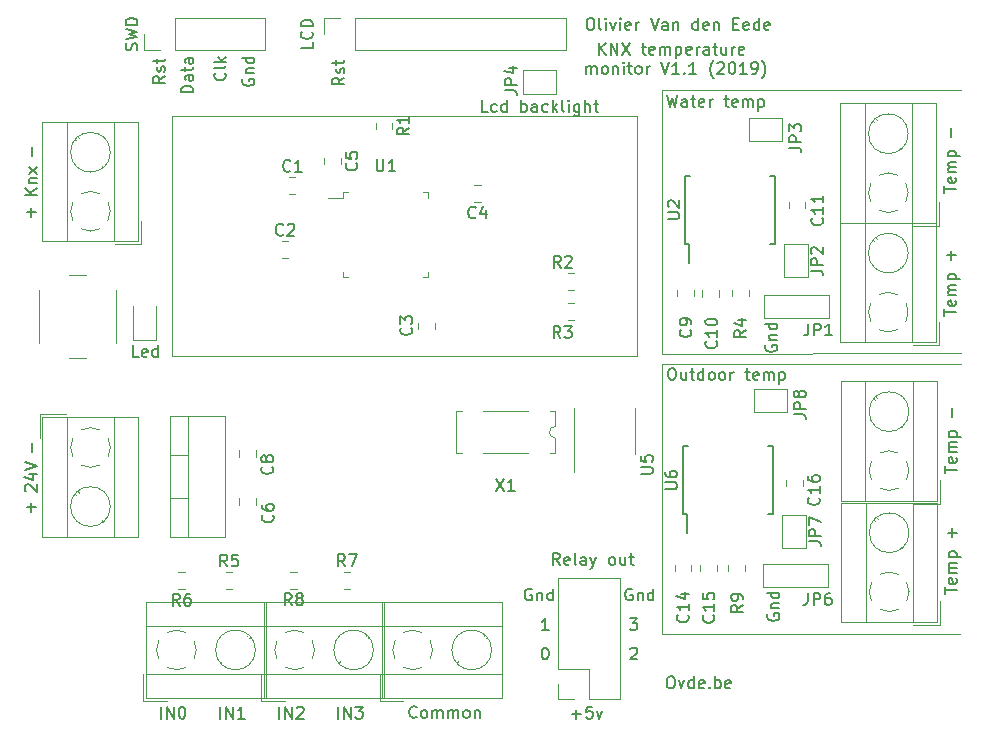
<source format=gbr>
G04 #@! TF.GenerationSoftware,KiCad,Pcbnew,5.1.2*
G04 #@! TF.CreationDate,2019-07-01T14:10:27+02:00*
G04 #@! TF.ProjectId,pcb,7063622e-6b69-4636-9164-5f7063625858,rev?*
G04 #@! TF.SameCoordinates,Original*
G04 #@! TF.FileFunction,Legend,Top*
G04 #@! TF.FilePolarity,Positive*
%FSLAX46Y46*%
G04 Gerber Fmt 4.6, Leading zero omitted, Abs format (unit mm)*
G04 Created by KiCad (PCBNEW 5.1.2) date 2019-07-01 14:10:27*
%MOMM*%
%LPD*%
G04 APERTURE LIST*
%ADD10C,0.150000*%
%ADD11C,0.120000*%
G04 APERTURE END LIST*
D10*
X96761904Y-90571428D02*
X97523809Y-90571428D01*
X97142857Y-90952380D02*
X97142857Y-90190476D01*
X98476190Y-89952380D02*
X98000000Y-89952380D01*
X97952380Y-90428571D01*
X98000000Y-90380952D01*
X98095238Y-90333333D01*
X98333333Y-90333333D01*
X98428571Y-90380952D01*
X98476190Y-90428571D01*
X98523809Y-90523809D01*
X98523809Y-90761904D01*
X98476190Y-90857142D01*
X98428571Y-90904761D01*
X98333333Y-90952380D01*
X98095238Y-90952380D01*
X98000000Y-90904761D01*
X97952380Y-90857142D01*
X98857142Y-90285714D02*
X99095238Y-90952380D01*
X99333333Y-90285714D01*
X101666666Y-82452380D02*
X102285714Y-82452380D01*
X101952380Y-82833333D01*
X102095238Y-82833333D01*
X102190476Y-82880952D01*
X102238095Y-82928571D01*
X102285714Y-83023809D01*
X102285714Y-83261904D01*
X102238095Y-83357142D01*
X102190476Y-83404761D01*
X102095238Y-83452380D01*
X101809523Y-83452380D01*
X101714285Y-83404761D01*
X101666666Y-83357142D01*
X101714285Y-85047619D02*
X101761904Y-85000000D01*
X101857142Y-84952380D01*
X102095238Y-84952380D01*
X102190476Y-85000000D01*
X102238095Y-85047619D01*
X102285714Y-85142857D01*
X102285714Y-85238095D01*
X102238095Y-85380952D01*
X101666666Y-85952380D01*
X102285714Y-85952380D01*
X94452380Y-84952380D02*
X94547619Y-84952380D01*
X94642857Y-85000000D01*
X94690476Y-85047619D01*
X94738095Y-85142857D01*
X94785714Y-85333333D01*
X94785714Y-85571428D01*
X94738095Y-85761904D01*
X94690476Y-85857142D01*
X94642857Y-85904761D01*
X94547619Y-85952380D01*
X94452380Y-85952380D01*
X94357142Y-85904761D01*
X94309523Y-85857142D01*
X94261904Y-85761904D01*
X94214285Y-85571428D01*
X94214285Y-85333333D01*
X94261904Y-85142857D01*
X94309523Y-85047619D01*
X94357142Y-85000000D01*
X94452380Y-84952380D01*
X94785714Y-83452380D02*
X94214285Y-83452380D01*
X94500000Y-83452380D02*
X94500000Y-82452380D01*
X94404761Y-82595238D01*
X94309523Y-82690476D01*
X94214285Y-82738095D01*
X93357142Y-80000000D02*
X93261904Y-79952380D01*
X93119047Y-79952380D01*
X92976190Y-80000000D01*
X92880952Y-80095238D01*
X92833333Y-80190476D01*
X92785714Y-80380952D01*
X92785714Y-80523809D01*
X92833333Y-80714285D01*
X92880952Y-80809523D01*
X92976190Y-80904761D01*
X93119047Y-80952380D01*
X93214285Y-80952380D01*
X93357142Y-80904761D01*
X93404761Y-80857142D01*
X93404761Y-80523809D01*
X93214285Y-80523809D01*
X93833333Y-80285714D02*
X93833333Y-80952380D01*
X93833333Y-80380952D02*
X93880952Y-80333333D01*
X93976190Y-80285714D01*
X94119047Y-80285714D01*
X94214285Y-80333333D01*
X94261904Y-80428571D01*
X94261904Y-80952380D01*
X95166666Y-80952380D02*
X95166666Y-79952380D01*
X95166666Y-80904761D02*
X95071428Y-80952380D01*
X94880952Y-80952380D01*
X94785714Y-80904761D01*
X94738095Y-80857142D01*
X94690476Y-80761904D01*
X94690476Y-80476190D01*
X94738095Y-80380952D01*
X94785714Y-80333333D01*
X94880952Y-80285714D01*
X95071428Y-80285714D01*
X95166666Y-80333333D01*
X101857142Y-80000000D02*
X101761904Y-79952380D01*
X101619047Y-79952380D01*
X101476190Y-80000000D01*
X101380952Y-80095238D01*
X101333333Y-80190476D01*
X101285714Y-80380952D01*
X101285714Y-80523809D01*
X101333333Y-80714285D01*
X101380952Y-80809523D01*
X101476190Y-80904761D01*
X101619047Y-80952380D01*
X101714285Y-80952380D01*
X101857142Y-80904761D01*
X101904761Y-80857142D01*
X101904761Y-80523809D01*
X101714285Y-80523809D01*
X102333333Y-80285714D02*
X102333333Y-80952380D01*
X102333333Y-80380952D02*
X102380952Y-80333333D01*
X102476190Y-80285714D01*
X102619047Y-80285714D01*
X102714285Y-80333333D01*
X102761904Y-80428571D01*
X102761904Y-80952380D01*
X103666666Y-80952380D02*
X103666666Y-79952380D01*
X103666666Y-80904761D02*
X103571428Y-80952380D01*
X103380952Y-80952380D01*
X103285714Y-80904761D01*
X103238095Y-80857142D01*
X103190476Y-80761904D01*
X103190476Y-80476190D01*
X103238095Y-80380952D01*
X103285714Y-80333333D01*
X103380952Y-80285714D01*
X103571428Y-80285714D01*
X103666666Y-80333333D01*
X77000000Y-90952380D02*
X77000000Y-89952380D01*
X77476190Y-90952380D02*
X77476190Y-89952380D01*
X78047619Y-90952380D01*
X78047619Y-89952380D01*
X78428571Y-89952380D02*
X79047619Y-89952380D01*
X78714285Y-90333333D01*
X78857142Y-90333333D01*
X78952380Y-90380952D01*
X79000000Y-90428571D01*
X79047619Y-90523809D01*
X79047619Y-90761904D01*
X79000000Y-90857142D01*
X78952380Y-90904761D01*
X78857142Y-90952380D01*
X78571428Y-90952380D01*
X78476190Y-90904761D01*
X78428571Y-90857142D01*
X72000000Y-90952380D02*
X72000000Y-89952380D01*
X72476190Y-90952380D02*
X72476190Y-89952380D01*
X73047619Y-90952380D01*
X73047619Y-89952380D01*
X73476190Y-90047619D02*
X73523809Y-90000000D01*
X73619047Y-89952380D01*
X73857142Y-89952380D01*
X73952380Y-90000000D01*
X74000000Y-90047619D01*
X74047619Y-90142857D01*
X74047619Y-90238095D01*
X74000000Y-90380952D01*
X73428571Y-90952380D01*
X74047619Y-90952380D01*
X67000000Y-90952380D02*
X67000000Y-89952380D01*
X67476190Y-90952380D02*
X67476190Y-89952380D01*
X68047619Y-90952380D01*
X68047619Y-89952380D01*
X69047619Y-90952380D02*
X68476190Y-90952380D01*
X68761904Y-90952380D02*
X68761904Y-89952380D01*
X68666666Y-90095238D01*
X68571428Y-90190476D01*
X68476190Y-90238095D01*
X62000000Y-90952380D02*
X62000000Y-89952380D01*
X62476190Y-90952380D02*
X62476190Y-89952380D01*
X63047619Y-90952380D01*
X63047619Y-89952380D01*
X63714285Y-89952380D02*
X63809523Y-89952380D01*
X63904761Y-90000000D01*
X63952380Y-90047619D01*
X64000000Y-90142857D01*
X64047619Y-90333333D01*
X64047619Y-90571428D01*
X64000000Y-90761904D01*
X63952380Y-90857142D01*
X63904761Y-90904761D01*
X63809523Y-90952380D01*
X63714285Y-90952380D01*
X63619047Y-90904761D01*
X63571428Y-90857142D01*
X63523809Y-90761904D01*
X63476190Y-90571428D01*
X63476190Y-90333333D01*
X63523809Y-90142857D01*
X63571428Y-90047619D01*
X63619047Y-90000000D01*
X63714285Y-89952380D01*
X105042009Y-87387180D02*
X105232485Y-87387180D01*
X105327723Y-87434800D01*
X105422961Y-87530038D01*
X105470580Y-87720514D01*
X105470580Y-88053847D01*
X105422961Y-88244323D01*
X105327723Y-88339561D01*
X105232485Y-88387180D01*
X105042009Y-88387180D01*
X104946771Y-88339561D01*
X104851533Y-88244323D01*
X104803914Y-88053847D01*
X104803914Y-87720514D01*
X104851533Y-87530038D01*
X104946771Y-87434800D01*
X105042009Y-87387180D01*
X105803914Y-87720514D02*
X106042009Y-88387180D01*
X106280104Y-87720514D01*
X107089628Y-88387180D02*
X107089628Y-87387180D01*
X107089628Y-88339561D02*
X106994390Y-88387180D01*
X106803914Y-88387180D01*
X106708676Y-88339561D01*
X106661057Y-88291942D01*
X106613438Y-88196704D01*
X106613438Y-87910990D01*
X106661057Y-87815752D01*
X106708676Y-87768133D01*
X106803914Y-87720514D01*
X106994390Y-87720514D01*
X107089628Y-87768133D01*
X107946771Y-88339561D02*
X107851533Y-88387180D01*
X107661057Y-88387180D01*
X107565819Y-88339561D01*
X107518200Y-88244323D01*
X107518200Y-87863371D01*
X107565819Y-87768133D01*
X107661057Y-87720514D01*
X107851533Y-87720514D01*
X107946771Y-87768133D01*
X107994390Y-87863371D01*
X107994390Y-87958609D01*
X107518200Y-88053847D01*
X108422961Y-88291942D02*
X108470580Y-88339561D01*
X108422961Y-88387180D01*
X108375342Y-88339561D01*
X108422961Y-88291942D01*
X108422961Y-88387180D01*
X108899152Y-88387180D02*
X108899152Y-87387180D01*
X108899152Y-87768133D02*
X108994390Y-87720514D01*
X109184866Y-87720514D01*
X109280104Y-87768133D01*
X109327723Y-87815752D01*
X109375342Y-87910990D01*
X109375342Y-88196704D01*
X109327723Y-88291942D01*
X109280104Y-88339561D01*
X109184866Y-88387180D01*
X108994390Y-88387180D01*
X108899152Y-88339561D01*
X110184866Y-88339561D02*
X110089628Y-88387180D01*
X109899152Y-88387180D01*
X109803914Y-88339561D01*
X109756295Y-88244323D01*
X109756295Y-87863371D01*
X109803914Y-87768133D01*
X109899152Y-87720514D01*
X110089628Y-87720514D01*
X110184866Y-87768133D01*
X110232485Y-87863371D01*
X110232485Y-87958609D01*
X109756295Y-88053847D01*
X99038590Y-34730180D02*
X99038590Y-33730180D01*
X99610019Y-34730180D02*
X99181447Y-34158752D01*
X99610019Y-33730180D02*
X99038590Y-34301609D01*
X100038590Y-34730180D02*
X100038590Y-33730180D01*
X100610019Y-34730180D01*
X100610019Y-33730180D01*
X100990971Y-33730180D02*
X101657638Y-34730180D01*
X101657638Y-33730180D02*
X100990971Y-34730180D01*
X102657638Y-34063514D02*
X103038590Y-34063514D01*
X102800495Y-33730180D02*
X102800495Y-34587323D01*
X102848114Y-34682561D01*
X102943352Y-34730180D01*
X103038590Y-34730180D01*
X103752876Y-34682561D02*
X103657638Y-34730180D01*
X103467161Y-34730180D01*
X103371923Y-34682561D01*
X103324304Y-34587323D01*
X103324304Y-34206371D01*
X103371923Y-34111133D01*
X103467161Y-34063514D01*
X103657638Y-34063514D01*
X103752876Y-34111133D01*
X103800495Y-34206371D01*
X103800495Y-34301609D01*
X103324304Y-34396847D01*
X104229066Y-34730180D02*
X104229066Y-34063514D01*
X104229066Y-34158752D02*
X104276685Y-34111133D01*
X104371923Y-34063514D01*
X104514780Y-34063514D01*
X104610019Y-34111133D01*
X104657638Y-34206371D01*
X104657638Y-34730180D01*
X104657638Y-34206371D02*
X104705257Y-34111133D01*
X104800495Y-34063514D01*
X104943352Y-34063514D01*
X105038590Y-34111133D01*
X105086209Y-34206371D01*
X105086209Y-34730180D01*
X105562400Y-34063514D02*
X105562400Y-35063514D01*
X105562400Y-34111133D02*
X105657638Y-34063514D01*
X105848114Y-34063514D01*
X105943352Y-34111133D01*
X105990971Y-34158752D01*
X106038590Y-34253990D01*
X106038590Y-34539704D01*
X105990971Y-34634942D01*
X105943352Y-34682561D01*
X105848114Y-34730180D01*
X105657638Y-34730180D01*
X105562400Y-34682561D01*
X106848114Y-34682561D02*
X106752876Y-34730180D01*
X106562400Y-34730180D01*
X106467161Y-34682561D01*
X106419542Y-34587323D01*
X106419542Y-34206371D01*
X106467161Y-34111133D01*
X106562400Y-34063514D01*
X106752876Y-34063514D01*
X106848114Y-34111133D01*
X106895733Y-34206371D01*
X106895733Y-34301609D01*
X106419542Y-34396847D01*
X107324304Y-34730180D02*
X107324304Y-34063514D01*
X107324304Y-34253990D02*
X107371923Y-34158752D01*
X107419542Y-34111133D01*
X107514780Y-34063514D01*
X107610019Y-34063514D01*
X108371923Y-34730180D02*
X108371923Y-34206371D01*
X108324304Y-34111133D01*
X108229066Y-34063514D01*
X108038590Y-34063514D01*
X107943352Y-34111133D01*
X108371923Y-34682561D02*
X108276685Y-34730180D01*
X108038590Y-34730180D01*
X107943352Y-34682561D01*
X107895733Y-34587323D01*
X107895733Y-34492085D01*
X107943352Y-34396847D01*
X108038590Y-34349228D01*
X108276685Y-34349228D01*
X108371923Y-34301609D01*
X108705257Y-34063514D02*
X109086209Y-34063514D01*
X108848114Y-33730180D02*
X108848114Y-34587323D01*
X108895733Y-34682561D01*
X108990971Y-34730180D01*
X109086209Y-34730180D01*
X109848114Y-34063514D02*
X109848114Y-34730180D01*
X109419542Y-34063514D02*
X109419542Y-34587323D01*
X109467161Y-34682561D01*
X109562400Y-34730180D01*
X109705257Y-34730180D01*
X109800495Y-34682561D01*
X109848114Y-34634942D01*
X110324304Y-34730180D02*
X110324304Y-34063514D01*
X110324304Y-34253990D02*
X110371923Y-34158752D01*
X110419542Y-34111133D01*
X110514780Y-34063514D01*
X110610019Y-34063514D01*
X111324304Y-34682561D02*
X111229066Y-34730180D01*
X111038590Y-34730180D01*
X110943352Y-34682561D01*
X110895733Y-34587323D01*
X110895733Y-34206371D01*
X110943352Y-34111133D01*
X111038590Y-34063514D01*
X111229066Y-34063514D01*
X111324304Y-34111133D01*
X111371923Y-34206371D01*
X111371923Y-34301609D01*
X110895733Y-34396847D01*
X97990971Y-36380180D02*
X97990971Y-35713514D01*
X97990971Y-35808752D02*
X98038590Y-35761133D01*
X98133828Y-35713514D01*
X98276685Y-35713514D01*
X98371923Y-35761133D01*
X98419542Y-35856371D01*
X98419542Y-36380180D01*
X98419542Y-35856371D02*
X98467161Y-35761133D01*
X98562400Y-35713514D01*
X98705257Y-35713514D01*
X98800495Y-35761133D01*
X98848114Y-35856371D01*
X98848114Y-36380180D01*
X99467161Y-36380180D02*
X99371923Y-36332561D01*
X99324304Y-36284942D01*
X99276685Y-36189704D01*
X99276685Y-35903990D01*
X99324304Y-35808752D01*
X99371923Y-35761133D01*
X99467161Y-35713514D01*
X99610019Y-35713514D01*
X99705257Y-35761133D01*
X99752876Y-35808752D01*
X99800495Y-35903990D01*
X99800495Y-36189704D01*
X99752876Y-36284942D01*
X99705257Y-36332561D01*
X99610019Y-36380180D01*
X99467161Y-36380180D01*
X100229066Y-35713514D02*
X100229066Y-36380180D01*
X100229066Y-35808752D02*
X100276685Y-35761133D01*
X100371923Y-35713514D01*
X100514780Y-35713514D01*
X100610019Y-35761133D01*
X100657638Y-35856371D01*
X100657638Y-36380180D01*
X101133828Y-36380180D02*
X101133828Y-35713514D01*
X101133828Y-35380180D02*
X101086209Y-35427800D01*
X101133828Y-35475419D01*
X101181447Y-35427800D01*
X101133828Y-35380180D01*
X101133828Y-35475419D01*
X101467161Y-35713514D02*
X101848114Y-35713514D01*
X101610019Y-35380180D02*
X101610019Y-36237323D01*
X101657638Y-36332561D01*
X101752876Y-36380180D01*
X101848114Y-36380180D01*
X102324304Y-36380180D02*
X102229066Y-36332561D01*
X102181447Y-36284942D01*
X102133828Y-36189704D01*
X102133828Y-35903990D01*
X102181447Y-35808752D01*
X102229066Y-35761133D01*
X102324304Y-35713514D01*
X102467161Y-35713514D01*
X102562400Y-35761133D01*
X102610019Y-35808752D01*
X102657638Y-35903990D01*
X102657638Y-36189704D01*
X102610019Y-36284942D01*
X102562400Y-36332561D01*
X102467161Y-36380180D01*
X102324304Y-36380180D01*
X103086209Y-36380180D02*
X103086209Y-35713514D01*
X103086209Y-35903990D02*
X103133828Y-35808752D01*
X103181447Y-35761133D01*
X103276685Y-35713514D01*
X103371923Y-35713514D01*
X104324304Y-35380180D02*
X104657638Y-36380180D01*
X104990971Y-35380180D01*
X105848114Y-36380180D02*
X105276685Y-36380180D01*
X105562400Y-36380180D02*
X105562400Y-35380180D01*
X105467161Y-35523038D01*
X105371923Y-35618276D01*
X105276685Y-35665895D01*
X106276685Y-36284942D02*
X106324304Y-36332561D01*
X106276685Y-36380180D01*
X106229066Y-36332561D01*
X106276685Y-36284942D01*
X106276685Y-36380180D01*
X107276685Y-36380180D02*
X106705257Y-36380180D01*
X106990971Y-36380180D02*
X106990971Y-35380180D01*
X106895733Y-35523038D01*
X106800495Y-35618276D01*
X106705257Y-35665895D01*
X108752876Y-36761133D02*
X108705257Y-36713514D01*
X108610019Y-36570657D01*
X108562400Y-36475419D01*
X108514780Y-36332561D01*
X108467161Y-36094466D01*
X108467161Y-35903990D01*
X108514780Y-35665895D01*
X108562400Y-35523038D01*
X108610019Y-35427800D01*
X108705257Y-35284942D01*
X108752876Y-35237323D01*
X109086209Y-35475419D02*
X109133828Y-35427800D01*
X109229066Y-35380180D01*
X109467161Y-35380180D01*
X109562400Y-35427800D01*
X109610019Y-35475419D01*
X109657638Y-35570657D01*
X109657638Y-35665895D01*
X109610019Y-35808752D01*
X109038590Y-36380180D01*
X109657638Y-36380180D01*
X110276685Y-35380180D02*
X110371923Y-35380180D01*
X110467161Y-35427800D01*
X110514780Y-35475419D01*
X110562400Y-35570657D01*
X110610019Y-35761133D01*
X110610019Y-35999228D01*
X110562400Y-36189704D01*
X110514780Y-36284942D01*
X110467161Y-36332561D01*
X110371923Y-36380180D01*
X110276685Y-36380180D01*
X110181447Y-36332561D01*
X110133828Y-36284942D01*
X110086209Y-36189704D01*
X110038590Y-35999228D01*
X110038590Y-35761133D01*
X110086209Y-35570657D01*
X110133828Y-35475419D01*
X110181447Y-35427800D01*
X110276685Y-35380180D01*
X111562400Y-36380180D02*
X110990971Y-36380180D01*
X111276685Y-36380180D02*
X111276685Y-35380180D01*
X111181447Y-35523038D01*
X111086209Y-35618276D01*
X110990971Y-35665895D01*
X112038590Y-36380180D02*
X112229066Y-36380180D01*
X112324304Y-36332561D01*
X112371923Y-36284942D01*
X112467161Y-36142085D01*
X112514780Y-35951609D01*
X112514780Y-35570657D01*
X112467161Y-35475419D01*
X112419542Y-35427800D01*
X112324304Y-35380180D01*
X112133828Y-35380180D01*
X112038590Y-35427800D01*
X111990971Y-35475419D01*
X111943352Y-35570657D01*
X111943352Y-35808752D01*
X111990971Y-35903990D01*
X112038590Y-35951609D01*
X112133828Y-35999228D01*
X112324304Y-35999228D01*
X112419542Y-35951609D01*
X112467161Y-35903990D01*
X112514780Y-35808752D01*
X112848114Y-36761133D02*
X112895733Y-36713514D01*
X112990971Y-36570657D01*
X113038590Y-36475419D01*
X113086209Y-36332561D01*
X113133828Y-36094466D01*
X113133828Y-35903990D01*
X113086209Y-35665895D01*
X113038590Y-35523038D01*
X112990971Y-35427800D01*
X112895733Y-35284942D01*
X112848114Y-35237323D01*
X98241790Y-31659580D02*
X98432266Y-31659580D01*
X98527504Y-31707200D01*
X98622742Y-31802438D01*
X98670361Y-31992914D01*
X98670361Y-32326247D01*
X98622742Y-32516723D01*
X98527504Y-32611961D01*
X98432266Y-32659580D01*
X98241790Y-32659580D01*
X98146552Y-32611961D01*
X98051314Y-32516723D01*
X98003695Y-32326247D01*
X98003695Y-31992914D01*
X98051314Y-31802438D01*
X98146552Y-31707200D01*
X98241790Y-31659580D01*
X99241790Y-32659580D02*
X99146552Y-32611961D01*
X99098933Y-32516723D01*
X99098933Y-31659580D01*
X99622742Y-32659580D02*
X99622742Y-31992914D01*
X99622742Y-31659580D02*
X99575123Y-31707200D01*
X99622742Y-31754819D01*
X99670361Y-31707200D01*
X99622742Y-31659580D01*
X99622742Y-31754819D01*
X100003695Y-31992914D02*
X100241790Y-32659580D01*
X100479885Y-31992914D01*
X100860838Y-32659580D02*
X100860838Y-31992914D01*
X100860838Y-31659580D02*
X100813219Y-31707200D01*
X100860838Y-31754819D01*
X100908457Y-31707200D01*
X100860838Y-31659580D01*
X100860838Y-31754819D01*
X101717980Y-32611961D02*
X101622742Y-32659580D01*
X101432266Y-32659580D01*
X101337028Y-32611961D01*
X101289409Y-32516723D01*
X101289409Y-32135771D01*
X101337028Y-32040533D01*
X101432266Y-31992914D01*
X101622742Y-31992914D01*
X101717980Y-32040533D01*
X101765600Y-32135771D01*
X101765600Y-32231009D01*
X101289409Y-32326247D01*
X102194171Y-32659580D02*
X102194171Y-31992914D01*
X102194171Y-32183390D02*
X102241790Y-32088152D01*
X102289409Y-32040533D01*
X102384647Y-31992914D01*
X102479885Y-31992914D01*
X103432266Y-31659580D02*
X103765600Y-32659580D01*
X104098933Y-31659580D01*
X104860838Y-32659580D02*
X104860838Y-32135771D01*
X104813219Y-32040533D01*
X104717980Y-31992914D01*
X104527504Y-31992914D01*
X104432266Y-32040533D01*
X104860838Y-32611961D02*
X104765600Y-32659580D01*
X104527504Y-32659580D01*
X104432266Y-32611961D01*
X104384647Y-32516723D01*
X104384647Y-32421485D01*
X104432266Y-32326247D01*
X104527504Y-32278628D01*
X104765600Y-32278628D01*
X104860838Y-32231009D01*
X105337028Y-31992914D02*
X105337028Y-32659580D01*
X105337028Y-32088152D02*
X105384647Y-32040533D01*
X105479885Y-31992914D01*
X105622742Y-31992914D01*
X105717980Y-32040533D01*
X105765600Y-32135771D01*
X105765600Y-32659580D01*
X107432266Y-32659580D02*
X107432266Y-31659580D01*
X107432266Y-32611961D02*
X107337028Y-32659580D01*
X107146552Y-32659580D01*
X107051314Y-32611961D01*
X107003695Y-32564342D01*
X106956076Y-32469104D01*
X106956076Y-32183390D01*
X107003695Y-32088152D01*
X107051314Y-32040533D01*
X107146552Y-31992914D01*
X107337028Y-31992914D01*
X107432266Y-32040533D01*
X108289409Y-32611961D02*
X108194171Y-32659580D01*
X108003695Y-32659580D01*
X107908457Y-32611961D01*
X107860838Y-32516723D01*
X107860838Y-32135771D01*
X107908457Y-32040533D01*
X108003695Y-31992914D01*
X108194171Y-31992914D01*
X108289409Y-32040533D01*
X108337028Y-32135771D01*
X108337028Y-32231009D01*
X107860838Y-32326247D01*
X108765600Y-31992914D02*
X108765600Y-32659580D01*
X108765600Y-32088152D02*
X108813219Y-32040533D01*
X108908457Y-31992914D01*
X109051314Y-31992914D01*
X109146552Y-32040533D01*
X109194171Y-32135771D01*
X109194171Y-32659580D01*
X110432266Y-32135771D02*
X110765600Y-32135771D01*
X110908457Y-32659580D02*
X110432266Y-32659580D01*
X110432266Y-31659580D01*
X110908457Y-31659580D01*
X111717980Y-32611961D02*
X111622742Y-32659580D01*
X111432266Y-32659580D01*
X111337028Y-32611961D01*
X111289409Y-32516723D01*
X111289409Y-32135771D01*
X111337028Y-32040533D01*
X111432266Y-31992914D01*
X111622742Y-31992914D01*
X111717980Y-32040533D01*
X111765600Y-32135771D01*
X111765600Y-32231009D01*
X111289409Y-32326247D01*
X112622742Y-32659580D02*
X112622742Y-31659580D01*
X112622742Y-32611961D02*
X112527504Y-32659580D01*
X112337028Y-32659580D01*
X112241790Y-32611961D01*
X112194171Y-32564342D01*
X112146552Y-32469104D01*
X112146552Y-32183390D01*
X112194171Y-32088152D01*
X112241790Y-32040533D01*
X112337028Y-31992914D01*
X112527504Y-31992914D01*
X112622742Y-32040533D01*
X113479885Y-32611961D02*
X113384647Y-32659580D01*
X113194171Y-32659580D01*
X113098933Y-32611961D01*
X113051314Y-32516723D01*
X113051314Y-32135771D01*
X113098933Y-32040533D01*
X113194171Y-31992914D01*
X113384647Y-31992914D01*
X113479885Y-32040533D01*
X113527504Y-32135771D01*
X113527504Y-32231009D01*
X113051314Y-32326247D01*
X50619047Y-73071428D02*
X51380952Y-73071428D01*
X51000000Y-73452380D02*
X51000000Y-72690476D01*
X51071428Y-68380952D02*
X51071428Y-67619047D01*
X50619047Y-48071428D02*
X51380952Y-48071428D01*
X51000000Y-48452380D02*
X51000000Y-47690476D01*
X51071428Y-43306952D02*
X51071428Y-42545047D01*
X77490580Y-36677552D02*
X77014390Y-37010885D01*
X77490580Y-37248980D02*
X76490580Y-37248980D01*
X76490580Y-36868028D01*
X76538200Y-36772790D01*
X76585819Y-36725171D01*
X76681057Y-36677552D01*
X76823914Y-36677552D01*
X76919152Y-36725171D01*
X76966771Y-36772790D01*
X77014390Y-36868028D01*
X77014390Y-37248980D01*
X77442961Y-36296600D02*
X77490580Y-36201361D01*
X77490580Y-36010885D01*
X77442961Y-35915647D01*
X77347723Y-35868028D01*
X77300104Y-35868028D01*
X77204866Y-35915647D01*
X77157247Y-36010885D01*
X77157247Y-36153742D01*
X77109628Y-36248980D01*
X77014390Y-36296600D01*
X76966771Y-36296600D01*
X76871533Y-36248980D01*
X76823914Y-36153742D01*
X76823914Y-36010885D01*
X76871533Y-35915647D01*
X76823914Y-35582314D02*
X76823914Y-35201361D01*
X76490580Y-35439457D02*
X77347723Y-35439457D01*
X77442961Y-35391838D01*
X77490580Y-35296600D01*
X77490580Y-35201361D01*
X68918200Y-36812457D02*
X68870580Y-36907695D01*
X68870580Y-37050552D01*
X68918200Y-37193409D01*
X69013438Y-37288647D01*
X69108676Y-37336266D01*
X69299152Y-37383885D01*
X69442009Y-37383885D01*
X69632485Y-37336266D01*
X69727723Y-37288647D01*
X69822961Y-37193409D01*
X69870580Y-37050552D01*
X69870580Y-36955314D01*
X69822961Y-36812457D01*
X69775342Y-36764838D01*
X69442009Y-36764838D01*
X69442009Y-36955314D01*
X69203914Y-36336266D02*
X69870580Y-36336266D01*
X69299152Y-36336266D02*
X69251533Y-36288647D01*
X69203914Y-36193409D01*
X69203914Y-36050552D01*
X69251533Y-35955314D01*
X69346771Y-35907695D01*
X69870580Y-35907695D01*
X69870580Y-35002933D02*
X68870580Y-35002933D01*
X69822961Y-35002933D02*
X69870580Y-35098171D01*
X69870580Y-35288647D01*
X69822961Y-35383885D01*
X69775342Y-35431504D01*
X69680104Y-35479123D01*
X69394390Y-35479123D01*
X69299152Y-35431504D01*
X69251533Y-35383885D01*
X69203914Y-35288647D01*
X69203914Y-35098171D01*
X69251533Y-35002933D01*
X67362342Y-36298142D02*
X67409961Y-36345761D01*
X67457580Y-36488619D01*
X67457580Y-36583857D01*
X67409961Y-36726714D01*
X67314723Y-36821952D01*
X67219485Y-36869571D01*
X67029009Y-36917190D01*
X66886152Y-36917190D01*
X66695676Y-36869571D01*
X66600438Y-36821952D01*
X66505200Y-36726714D01*
X66457580Y-36583857D01*
X66457580Y-36488619D01*
X66505200Y-36345761D01*
X66552819Y-36298142D01*
X67457580Y-35726714D02*
X67409961Y-35821952D01*
X67314723Y-35869571D01*
X66457580Y-35869571D01*
X67457580Y-35345761D02*
X66457580Y-35345761D01*
X67076628Y-35250523D02*
X67457580Y-34964809D01*
X66790914Y-34964809D02*
X67171866Y-35345761D01*
X64688980Y-37926780D02*
X63688980Y-37926780D01*
X63688980Y-37688685D01*
X63736600Y-37545828D01*
X63831838Y-37450590D01*
X63927076Y-37402971D01*
X64117552Y-37355352D01*
X64260409Y-37355352D01*
X64450885Y-37402971D01*
X64546123Y-37450590D01*
X64641361Y-37545828D01*
X64688980Y-37688685D01*
X64688980Y-37926780D01*
X64688980Y-36498209D02*
X64165171Y-36498209D01*
X64069933Y-36545828D01*
X64022314Y-36641066D01*
X64022314Y-36831542D01*
X64069933Y-36926780D01*
X64641361Y-36498209D02*
X64688980Y-36593447D01*
X64688980Y-36831542D01*
X64641361Y-36926780D01*
X64546123Y-36974400D01*
X64450885Y-36974400D01*
X64355647Y-36926780D01*
X64308028Y-36831542D01*
X64308028Y-36593447D01*
X64260409Y-36498209D01*
X64022314Y-36164876D02*
X64022314Y-35783923D01*
X63688980Y-36022019D02*
X64546123Y-36022019D01*
X64641361Y-35974400D01*
X64688980Y-35879161D01*
X64688980Y-35783923D01*
X64688980Y-35022019D02*
X64165171Y-35022019D01*
X64069933Y-35069638D01*
X64022314Y-35164876D01*
X64022314Y-35355352D01*
X64069933Y-35450590D01*
X64641361Y-35022019D02*
X64688980Y-35117257D01*
X64688980Y-35355352D01*
X64641361Y-35450590D01*
X64546123Y-35498209D01*
X64450885Y-35498209D01*
X64355647Y-35450590D01*
X64308028Y-35355352D01*
X64308028Y-35117257D01*
X64260409Y-35022019D01*
X62301380Y-36550552D02*
X61825190Y-36883885D01*
X62301380Y-37121980D02*
X61301380Y-37121980D01*
X61301380Y-36741028D01*
X61349000Y-36645790D01*
X61396619Y-36598171D01*
X61491857Y-36550552D01*
X61634714Y-36550552D01*
X61729952Y-36598171D01*
X61777571Y-36645790D01*
X61825190Y-36741028D01*
X61825190Y-37121980D01*
X62253761Y-36169600D02*
X62301380Y-36074361D01*
X62301380Y-35883885D01*
X62253761Y-35788647D01*
X62158523Y-35741028D01*
X62110904Y-35741028D01*
X62015666Y-35788647D01*
X61968047Y-35883885D01*
X61968047Y-36026742D01*
X61920428Y-36121980D01*
X61825190Y-36169600D01*
X61777571Y-36169600D01*
X61682333Y-36121980D01*
X61634714Y-36026742D01*
X61634714Y-35883885D01*
X61682333Y-35788647D01*
X61634714Y-35455314D02*
X61634714Y-35074361D01*
X61301380Y-35312457D02*
X62158523Y-35312457D01*
X62253761Y-35264838D01*
X62301380Y-35169600D01*
X62301380Y-35074361D01*
X105140714Y-61275980D02*
X105331190Y-61275980D01*
X105426428Y-61323600D01*
X105521666Y-61418838D01*
X105569285Y-61609314D01*
X105569285Y-61942647D01*
X105521666Y-62133123D01*
X105426428Y-62228361D01*
X105331190Y-62275980D01*
X105140714Y-62275980D01*
X105045476Y-62228361D01*
X104950238Y-62133123D01*
X104902619Y-61942647D01*
X104902619Y-61609314D01*
X104950238Y-61418838D01*
X105045476Y-61323600D01*
X105140714Y-61275980D01*
X106426428Y-61609314D02*
X106426428Y-62275980D01*
X105997857Y-61609314D02*
X105997857Y-62133123D01*
X106045476Y-62228361D01*
X106140714Y-62275980D01*
X106283571Y-62275980D01*
X106378809Y-62228361D01*
X106426428Y-62180742D01*
X106759761Y-61609314D02*
X107140714Y-61609314D01*
X106902619Y-61275980D02*
X106902619Y-62133123D01*
X106950238Y-62228361D01*
X107045476Y-62275980D01*
X107140714Y-62275980D01*
X107902619Y-62275980D02*
X107902619Y-61275980D01*
X107902619Y-62228361D02*
X107807380Y-62275980D01*
X107616904Y-62275980D01*
X107521666Y-62228361D01*
X107474047Y-62180742D01*
X107426428Y-62085504D01*
X107426428Y-61799790D01*
X107474047Y-61704552D01*
X107521666Y-61656933D01*
X107616904Y-61609314D01*
X107807380Y-61609314D01*
X107902619Y-61656933D01*
X108521666Y-62275980D02*
X108426428Y-62228361D01*
X108378809Y-62180742D01*
X108331190Y-62085504D01*
X108331190Y-61799790D01*
X108378809Y-61704552D01*
X108426428Y-61656933D01*
X108521666Y-61609314D01*
X108664523Y-61609314D01*
X108759761Y-61656933D01*
X108807380Y-61704552D01*
X108855000Y-61799790D01*
X108855000Y-62085504D01*
X108807380Y-62180742D01*
X108759761Y-62228361D01*
X108664523Y-62275980D01*
X108521666Y-62275980D01*
X109426428Y-62275980D02*
X109331190Y-62228361D01*
X109283571Y-62180742D01*
X109235952Y-62085504D01*
X109235952Y-61799790D01*
X109283571Y-61704552D01*
X109331190Y-61656933D01*
X109426428Y-61609314D01*
X109569285Y-61609314D01*
X109664523Y-61656933D01*
X109712142Y-61704552D01*
X109759761Y-61799790D01*
X109759761Y-62085504D01*
X109712142Y-62180742D01*
X109664523Y-62228361D01*
X109569285Y-62275980D01*
X109426428Y-62275980D01*
X110188333Y-62275980D02*
X110188333Y-61609314D01*
X110188333Y-61799790D02*
X110235952Y-61704552D01*
X110283571Y-61656933D01*
X110378809Y-61609314D01*
X110474047Y-61609314D01*
X111426428Y-61609314D02*
X111807380Y-61609314D01*
X111569285Y-61275980D02*
X111569285Y-62133123D01*
X111616904Y-62228361D01*
X111712142Y-62275980D01*
X111807380Y-62275980D01*
X112521666Y-62228361D02*
X112426428Y-62275980D01*
X112235952Y-62275980D01*
X112140714Y-62228361D01*
X112093095Y-62133123D01*
X112093095Y-61752171D01*
X112140714Y-61656933D01*
X112235952Y-61609314D01*
X112426428Y-61609314D01*
X112521666Y-61656933D01*
X112569285Y-61752171D01*
X112569285Y-61847409D01*
X112093095Y-61942647D01*
X112997857Y-62275980D02*
X112997857Y-61609314D01*
X112997857Y-61704552D02*
X113045476Y-61656933D01*
X113140714Y-61609314D01*
X113283571Y-61609314D01*
X113378809Y-61656933D01*
X113426428Y-61752171D01*
X113426428Y-62275980D01*
X113426428Y-61752171D02*
X113474047Y-61656933D01*
X113569285Y-61609314D01*
X113712142Y-61609314D01*
X113807380Y-61656933D01*
X113855000Y-61752171D01*
X113855000Y-62275980D01*
X114331190Y-61609314D02*
X114331190Y-62609314D01*
X114331190Y-61656933D02*
X114426428Y-61609314D01*
X114616904Y-61609314D01*
X114712142Y-61656933D01*
X114759761Y-61704552D01*
X114807380Y-61799790D01*
X114807380Y-62085504D01*
X114759761Y-62180742D01*
X114712142Y-62228361D01*
X114616904Y-62275980D01*
X114426428Y-62275980D01*
X114331190Y-62228361D01*
X104846952Y-38161980D02*
X105085047Y-39161980D01*
X105275523Y-38447695D01*
X105466000Y-39161980D01*
X105704095Y-38161980D01*
X106513619Y-39161980D02*
X106513619Y-38638171D01*
X106466000Y-38542933D01*
X106370761Y-38495314D01*
X106180285Y-38495314D01*
X106085047Y-38542933D01*
X106513619Y-39114361D02*
X106418380Y-39161980D01*
X106180285Y-39161980D01*
X106085047Y-39114361D01*
X106037428Y-39019123D01*
X106037428Y-38923885D01*
X106085047Y-38828647D01*
X106180285Y-38781028D01*
X106418380Y-38781028D01*
X106513619Y-38733409D01*
X106846952Y-38495314D02*
X107227904Y-38495314D01*
X106989809Y-38161980D02*
X106989809Y-39019123D01*
X107037428Y-39114361D01*
X107132666Y-39161980D01*
X107227904Y-39161980D01*
X107942190Y-39114361D02*
X107846952Y-39161980D01*
X107656476Y-39161980D01*
X107561238Y-39114361D01*
X107513619Y-39019123D01*
X107513619Y-38638171D01*
X107561238Y-38542933D01*
X107656476Y-38495314D01*
X107846952Y-38495314D01*
X107942190Y-38542933D01*
X107989809Y-38638171D01*
X107989809Y-38733409D01*
X107513619Y-38828647D01*
X108418380Y-39161980D02*
X108418380Y-38495314D01*
X108418380Y-38685790D02*
X108466000Y-38590552D01*
X108513619Y-38542933D01*
X108608857Y-38495314D01*
X108704095Y-38495314D01*
X109656476Y-38495314D02*
X110037428Y-38495314D01*
X109799333Y-38161980D02*
X109799333Y-39019123D01*
X109846952Y-39114361D01*
X109942190Y-39161980D01*
X110037428Y-39161980D01*
X110751714Y-39114361D02*
X110656476Y-39161980D01*
X110466000Y-39161980D01*
X110370761Y-39114361D01*
X110323142Y-39019123D01*
X110323142Y-38638171D01*
X110370761Y-38542933D01*
X110466000Y-38495314D01*
X110656476Y-38495314D01*
X110751714Y-38542933D01*
X110799333Y-38638171D01*
X110799333Y-38733409D01*
X110323142Y-38828647D01*
X111227904Y-39161980D02*
X111227904Y-38495314D01*
X111227904Y-38590552D02*
X111275523Y-38542933D01*
X111370761Y-38495314D01*
X111513619Y-38495314D01*
X111608857Y-38542933D01*
X111656476Y-38638171D01*
X111656476Y-39161980D01*
X111656476Y-38638171D02*
X111704095Y-38542933D01*
X111799333Y-38495314D01*
X111942190Y-38495314D01*
X112037428Y-38542933D01*
X112085047Y-38638171D01*
X112085047Y-39161980D01*
X112561238Y-38495314D02*
X112561238Y-39495314D01*
X112561238Y-38542933D02*
X112656476Y-38495314D01*
X112846952Y-38495314D01*
X112942190Y-38542933D01*
X112989809Y-38590552D01*
X113037428Y-38685790D01*
X113037428Y-38971504D01*
X112989809Y-39066742D01*
X112942190Y-39114361D01*
X112846952Y-39161980D01*
X112656476Y-39161980D01*
X112561238Y-39114361D01*
X89624447Y-39593780D02*
X89148257Y-39593780D01*
X89148257Y-38593780D01*
X90386352Y-39546161D02*
X90291114Y-39593780D01*
X90100638Y-39593780D01*
X90005400Y-39546161D01*
X89957780Y-39498542D01*
X89910161Y-39403304D01*
X89910161Y-39117590D01*
X89957780Y-39022352D01*
X90005400Y-38974733D01*
X90100638Y-38927114D01*
X90291114Y-38927114D01*
X90386352Y-38974733D01*
X91243495Y-39593780D02*
X91243495Y-38593780D01*
X91243495Y-39546161D02*
X91148257Y-39593780D01*
X90957780Y-39593780D01*
X90862542Y-39546161D01*
X90814923Y-39498542D01*
X90767304Y-39403304D01*
X90767304Y-39117590D01*
X90814923Y-39022352D01*
X90862542Y-38974733D01*
X90957780Y-38927114D01*
X91148257Y-38927114D01*
X91243495Y-38974733D01*
X92481590Y-39593780D02*
X92481590Y-38593780D01*
X92481590Y-38974733D02*
X92576828Y-38927114D01*
X92767304Y-38927114D01*
X92862542Y-38974733D01*
X92910161Y-39022352D01*
X92957780Y-39117590D01*
X92957780Y-39403304D01*
X92910161Y-39498542D01*
X92862542Y-39546161D01*
X92767304Y-39593780D01*
X92576828Y-39593780D01*
X92481590Y-39546161D01*
X93814923Y-39593780D02*
X93814923Y-39069971D01*
X93767304Y-38974733D01*
X93672066Y-38927114D01*
X93481590Y-38927114D01*
X93386352Y-38974733D01*
X93814923Y-39546161D02*
X93719685Y-39593780D01*
X93481590Y-39593780D01*
X93386352Y-39546161D01*
X93338733Y-39450923D01*
X93338733Y-39355685D01*
X93386352Y-39260447D01*
X93481590Y-39212828D01*
X93719685Y-39212828D01*
X93814923Y-39165209D01*
X94719685Y-39546161D02*
X94624447Y-39593780D01*
X94433971Y-39593780D01*
X94338733Y-39546161D01*
X94291114Y-39498542D01*
X94243495Y-39403304D01*
X94243495Y-39117590D01*
X94291114Y-39022352D01*
X94338733Y-38974733D01*
X94433971Y-38927114D01*
X94624447Y-38927114D01*
X94719685Y-38974733D01*
X95148257Y-39593780D02*
X95148257Y-38593780D01*
X95243495Y-39212828D02*
X95529209Y-39593780D01*
X95529209Y-38927114D02*
X95148257Y-39308066D01*
X96100638Y-39593780D02*
X96005400Y-39546161D01*
X95957780Y-39450923D01*
X95957780Y-38593780D01*
X96481590Y-39593780D02*
X96481590Y-38927114D01*
X96481590Y-38593780D02*
X96433971Y-38641400D01*
X96481590Y-38689019D01*
X96529209Y-38641400D01*
X96481590Y-38593780D01*
X96481590Y-38689019D01*
X97386352Y-38927114D02*
X97386352Y-39736638D01*
X97338733Y-39831876D01*
X97291114Y-39879495D01*
X97195876Y-39927114D01*
X97053019Y-39927114D01*
X96957780Y-39879495D01*
X97386352Y-39546161D02*
X97291114Y-39593780D01*
X97100638Y-39593780D01*
X97005400Y-39546161D01*
X96957780Y-39498542D01*
X96910161Y-39403304D01*
X96910161Y-39117590D01*
X96957780Y-39022352D01*
X97005400Y-38974733D01*
X97100638Y-38927114D01*
X97291114Y-38927114D01*
X97386352Y-38974733D01*
X97862542Y-39593780D02*
X97862542Y-38593780D01*
X98291114Y-39593780D02*
X98291114Y-39069971D01*
X98243495Y-38974733D01*
X98148257Y-38927114D01*
X98005400Y-38927114D01*
X97910161Y-38974733D01*
X97862542Y-39022352D01*
X98624447Y-38927114D02*
X99005400Y-38927114D01*
X98767304Y-38593780D02*
X98767304Y-39450923D01*
X98814923Y-39546161D01*
X98910161Y-39593780D01*
X99005400Y-39593780D01*
D11*
X104368600Y-83820000D02*
X129641600Y-83820000D01*
X104394000Y-60934600D02*
X104368600Y-83820000D01*
X129667000Y-60934600D02*
X104394000Y-60934600D01*
X104419400Y-60045600D02*
X129667000Y-59994800D01*
X104419400Y-37693600D02*
X104419400Y-60045600D01*
X129717800Y-37693600D02*
X104419400Y-37693600D01*
X57483352Y-47211288D02*
G75*
G02X57680000Y-48000000I-1483352J-788712D01*
G01*
X55210912Y-46516047D02*
G75*
G02X56789000Y-46516000I789088J-1483953D01*
G01*
X54516047Y-48789088D02*
G75*
G02X54516000Y-47211000I1483953J789088D01*
G01*
X56789088Y-49483953D02*
G75*
G02X55211000Y-49484000I-789088J1483953D01*
G01*
X57680450Y-47970617D02*
G75*
G02X57484000Y-48789000I-1680450J-29383D01*
G01*
X57680000Y-43000000D02*
G75*
G03X57680000Y-43000000I-1680000J0D01*
G01*
X58000000Y-50560000D02*
X58000000Y-40440000D01*
X54000000Y-50560000D02*
X54000000Y-40440000D01*
X51940000Y-50560000D02*
X51940000Y-40440000D01*
X60060000Y-50560000D02*
X60060000Y-40440000D01*
X51940000Y-50560000D02*
X60060000Y-50560000D01*
X51940000Y-40440000D02*
X60060000Y-40440000D01*
X54931000Y-41725000D02*
X55024000Y-41819000D01*
X57216000Y-44010000D02*
X57274000Y-44069000D01*
X54725000Y-41930000D02*
X54784000Y-41989000D01*
X56976000Y-44180000D02*
X57069000Y-44274000D01*
X58060000Y-50800000D02*
X60300000Y-50800000D01*
X60300000Y-50800000D02*
X60300000Y-48800000D01*
X102270000Y-60270000D02*
X62900000Y-60270000D01*
X62900000Y-60270000D02*
X62900000Y-39950000D01*
X62900000Y-39950000D02*
X102270000Y-39950000D01*
X102270000Y-39950000D02*
X102270000Y-60270000D01*
X72830948Y-46557000D02*
X73353452Y-46557000D01*
X72830948Y-45137000D02*
X73353452Y-45137000D01*
X72221348Y-50547200D02*
X72743852Y-50547200D01*
X72221348Y-51967200D02*
X72743852Y-51967200D01*
X85139600Y-57953652D02*
X85139600Y-57431148D01*
X83719600Y-57953652D02*
X83719600Y-57431148D01*
X89036252Y-47210000D02*
X88513748Y-47210000D01*
X89036252Y-45790000D02*
X88513748Y-45790000D01*
X75790000Y-43488748D02*
X75790000Y-44011252D01*
X77210000Y-43488748D02*
X77210000Y-44011252D01*
X68602000Y-72308948D02*
X68602000Y-72831452D01*
X70022000Y-72308948D02*
X70022000Y-72831452D01*
X70022000Y-68767452D02*
X70022000Y-68244948D01*
X68602000Y-68767452D02*
X68602000Y-68244948D01*
X107064880Y-55201452D02*
X107064880Y-54678948D01*
X105644880Y-55201452D02*
X105644880Y-54678948D01*
X107819120Y-55221772D02*
X107819120Y-54699268D01*
X109239120Y-55221772D02*
X109239120Y-54699268D01*
X115108920Y-47722532D02*
X115108920Y-47200028D01*
X116528920Y-47722532D02*
X116528920Y-47200028D01*
X105466000Y-78476152D02*
X105466000Y-77953648D01*
X106886000Y-78476152D02*
X106886000Y-77953648D01*
X107650400Y-78492552D02*
X107650400Y-77970048D01*
X109070400Y-78492552D02*
X109070400Y-77970048D01*
X116309400Y-71237152D02*
X116309400Y-70714648D01*
X114889400Y-71237152D02*
X114889400Y-70714648D01*
X59619000Y-56019300D02*
X59619000Y-58879300D01*
X59619000Y-58879300D02*
X61539000Y-58879300D01*
X61539000Y-58879300D02*
X61539000Y-56019300D01*
X70799000Y-34330000D02*
X70799000Y-31670000D01*
X63119000Y-34330000D02*
X70799000Y-34330000D01*
X63119000Y-31670000D02*
X70799000Y-31670000D01*
X63119000Y-34330000D02*
X63119000Y-31670000D01*
X61849000Y-34330000D02*
X60519000Y-34330000D01*
X60519000Y-34330000D02*
X60519000Y-33000000D01*
X78407760Y-34330000D02*
X78407760Y-31670000D01*
X78407760Y-34330000D02*
X96247760Y-34330000D01*
X96247760Y-34330000D02*
X96247760Y-31670000D01*
X78407760Y-31670000D02*
X96247760Y-31670000D01*
X75807760Y-31670000D02*
X77137760Y-31670000D01*
X75807760Y-33000000D02*
X75807760Y-31670000D01*
X100796400Y-89315600D02*
X98196400Y-89315600D01*
X100796400Y-89315600D02*
X100796400Y-79035600D01*
X100796400Y-79035600D02*
X95596400Y-79035600D01*
X95596400Y-86715600D02*
X95596400Y-79035600D01*
X98196400Y-86715600D02*
X95596400Y-86715600D01*
X98196400Y-89315600D02*
X98196400Y-86715600D01*
X95596400Y-89315600D02*
X95596400Y-87985600D01*
X96926400Y-89315600D02*
X95596400Y-89315600D01*
X127853220Y-59339560D02*
X127853220Y-57339560D01*
X125613220Y-59339560D02*
X127853220Y-59339560D01*
X124529220Y-52719560D02*
X124622220Y-52813560D01*
X122278220Y-50469560D02*
X122337220Y-50528560D01*
X124769220Y-52549560D02*
X124827220Y-52608560D01*
X122484220Y-50264560D02*
X122577220Y-50358560D01*
X119493220Y-48979560D02*
X127613220Y-48979560D01*
X119493220Y-59099560D02*
X127613220Y-59099560D01*
X127613220Y-59099560D02*
X127613220Y-48979560D01*
X119493220Y-59099560D02*
X119493220Y-48979560D01*
X121553220Y-59099560D02*
X121553220Y-48979560D01*
X125553220Y-59099560D02*
X125553220Y-48979560D01*
X125233220Y-51539560D02*
G75*
G03X125233220Y-51539560I-1680000J0D01*
G01*
X125233670Y-56510177D02*
G75*
G02X125037220Y-57328560I-1680450J-29383D01*
G01*
X124342308Y-58023513D02*
G75*
G02X122764220Y-58023560I-789088J1483953D01*
G01*
X122069267Y-57328648D02*
G75*
G02X122069220Y-55750560I1483953J789088D01*
G01*
X122764132Y-55055607D02*
G75*
G02X124342220Y-55055560I789088J-1483953D01*
G01*
X125036572Y-55750848D02*
G75*
G02X125233220Y-56539560I-1483352J-788712D01*
G01*
X125036572Y-45647568D02*
G75*
G02X125233220Y-46436280I-1483352J-788712D01*
G01*
X122764132Y-44952327D02*
G75*
G02X124342220Y-44952280I789088J-1483953D01*
G01*
X122069267Y-47225368D02*
G75*
G02X122069220Y-45647280I1483953J789088D01*
G01*
X124342308Y-47920233D02*
G75*
G02X122764220Y-47920280I-789088J1483953D01*
G01*
X125233670Y-46406897D02*
G75*
G02X125037220Y-47225280I-1680450J-29383D01*
G01*
X125233220Y-41436280D02*
G75*
G03X125233220Y-41436280I-1680000J0D01*
G01*
X125553220Y-48996280D02*
X125553220Y-38876280D01*
X121553220Y-48996280D02*
X121553220Y-38876280D01*
X119493220Y-48996280D02*
X119493220Y-38876280D01*
X127613220Y-48996280D02*
X127613220Y-38876280D01*
X119493220Y-48996280D02*
X127613220Y-48996280D01*
X119493220Y-38876280D02*
X127613220Y-38876280D01*
X122484220Y-40161280D02*
X122577220Y-40255280D01*
X124769220Y-42446280D02*
X124827220Y-42505280D01*
X122278220Y-40366280D02*
X122337220Y-40425280D01*
X124529220Y-42616280D02*
X124622220Y-42710280D01*
X125613220Y-49236280D02*
X127853220Y-49236280D01*
X127853220Y-49236280D02*
X127853220Y-47236280D01*
X64070912Y-86625352D02*
G75*
G02X63282200Y-86822000I-788712J1483352D01*
G01*
X64766153Y-84352912D02*
G75*
G02X64766200Y-85931000I-1483953J-789088D01*
G01*
X62493112Y-83658047D02*
G75*
G02X64071200Y-83658000I789088J-1483953D01*
G01*
X61798247Y-85931088D02*
G75*
G02X61798200Y-84353000I1483953J789088D01*
G01*
X63311583Y-86822450D02*
G75*
G02X62493200Y-86626000I-29383J1680450D01*
G01*
X69962200Y-85142000D02*
G75*
G03X69962200Y-85142000I-1680000J0D01*
G01*
X60722200Y-87142000D02*
X70842200Y-87142000D01*
X60722200Y-83142000D02*
X70842200Y-83142000D01*
X60722200Y-81082000D02*
X70842200Y-81082000D01*
X60722200Y-89202000D02*
X70842200Y-89202000D01*
X60722200Y-81082000D02*
X60722200Y-89202000D01*
X70842200Y-81082000D02*
X70842200Y-89202000D01*
X69557200Y-84073000D02*
X69463200Y-84166000D01*
X67272200Y-86358000D02*
X67213200Y-86416000D01*
X69352200Y-83867000D02*
X69293200Y-83926000D01*
X67102200Y-86118000D02*
X67008200Y-86211000D01*
X60482200Y-87202000D02*
X60482200Y-89442000D01*
X60482200Y-89442000D02*
X62482200Y-89442000D01*
X70482200Y-89442000D02*
X72482200Y-89442000D01*
X70482200Y-87202000D02*
X70482200Y-89442000D01*
X77102200Y-86118000D02*
X77008200Y-86211000D01*
X79352200Y-83867000D02*
X79293200Y-83926000D01*
X77272200Y-86358000D02*
X77213200Y-86416000D01*
X79557200Y-84073000D02*
X79463200Y-84166000D01*
X80842200Y-81082000D02*
X80842200Y-89202000D01*
X70722200Y-81082000D02*
X70722200Y-89202000D01*
X70722200Y-89202000D02*
X80842200Y-89202000D01*
X70722200Y-81082000D02*
X80842200Y-81082000D01*
X70722200Y-83142000D02*
X80842200Y-83142000D01*
X70722200Y-87142000D02*
X80842200Y-87142000D01*
X79962200Y-85142000D02*
G75*
G03X79962200Y-85142000I-1680000J0D01*
G01*
X73311583Y-86822450D02*
G75*
G02X72493200Y-86626000I-29383J1680450D01*
G01*
X71798247Y-85931088D02*
G75*
G02X71798200Y-84353000I1483953J789088D01*
G01*
X72493112Y-83658047D02*
G75*
G02X74071200Y-83658000I789088J-1483953D01*
G01*
X74766153Y-84352912D02*
G75*
G02X74766200Y-85931000I-1483953J-789088D01*
G01*
X74070912Y-86625352D02*
G75*
G02X73282200Y-86822000I-788712J1483352D01*
G01*
X80482200Y-89442000D02*
X82482200Y-89442000D01*
X80482200Y-87202000D02*
X80482200Y-89442000D01*
X87102200Y-86118000D02*
X87008200Y-86211000D01*
X89352200Y-83867000D02*
X89293200Y-83926000D01*
X87272200Y-86358000D02*
X87213200Y-86416000D01*
X89557200Y-84073000D02*
X89463200Y-84166000D01*
X90842200Y-81082000D02*
X90842200Y-89202000D01*
X80722200Y-81082000D02*
X80722200Y-89202000D01*
X80722200Y-89202000D02*
X90842200Y-89202000D01*
X80722200Y-81082000D02*
X90842200Y-81082000D01*
X80722200Y-83142000D02*
X90842200Y-83142000D01*
X80722200Y-87142000D02*
X90842200Y-87142000D01*
X89962200Y-85142000D02*
G75*
G03X89962200Y-85142000I-1680000J0D01*
G01*
X83311583Y-86822450D02*
G75*
G02X82493200Y-86626000I-29383J1680450D01*
G01*
X81798247Y-85931088D02*
G75*
G02X81798200Y-84353000I1483953J789088D01*
G01*
X82493112Y-83658047D02*
G75*
G02X84071200Y-83658000I789088J-1483953D01*
G01*
X84766153Y-84352912D02*
G75*
G02X84766200Y-85931000I-1483953J-789088D01*
G01*
X84070912Y-86625352D02*
G75*
G02X83282200Y-86822000I-788712J1483352D01*
G01*
X125109152Y-79432688D02*
G75*
G02X125305800Y-80221400I-1483352J-788712D01*
G01*
X122836712Y-78737447D02*
G75*
G02X124414800Y-78737400I789088J-1483953D01*
G01*
X122141847Y-81010488D02*
G75*
G02X122141800Y-79432400I1483953J789088D01*
G01*
X124414888Y-81705353D02*
G75*
G02X122836800Y-81705400I-789088J1483953D01*
G01*
X125306250Y-80192017D02*
G75*
G02X125109800Y-81010400I-1680450J-29383D01*
G01*
X125305800Y-75221400D02*
G75*
G03X125305800Y-75221400I-1680000J0D01*
G01*
X125625800Y-82781400D02*
X125625800Y-72661400D01*
X121625800Y-82781400D02*
X121625800Y-72661400D01*
X119565800Y-82781400D02*
X119565800Y-72661400D01*
X127685800Y-82781400D02*
X127685800Y-72661400D01*
X119565800Y-82781400D02*
X127685800Y-82781400D01*
X119565800Y-72661400D02*
X127685800Y-72661400D01*
X122556800Y-73946400D02*
X122649800Y-74040400D01*
X124841800Y-76231400D02*
X124899800Y-76290400D01*
X122350800Y-74151400D02*
X122409800Y-74210400D01*
X124601800Y-76401400D02*
X124694800Y-76495400D01*
X125685800Y-83021400D02*
X127925800Y-83021400D01*
X127925800Y-83021400D02*
X127925800Y-81021400D01*
X127912400Y-72764200D02*
X127912400Y-70764200D01*
X125672400Y-72764200D02*
X127912400Y-72764200D01*
X124588400Y-66144200D02*
X124681400Y-66238200D01*
X122337400Y-63894200D02*
X122396400Y-63953200D01*
X124828400Y-65974200D02*
X124886400Y-66033200D01*
X122543400Y-63689200D02*
X122636400Y-63783200D01*
X119552400Y-62404200D02*
X127672400Y-62404200D01*
X119552400Y-72524200D02*
X127672400Y-72524200D01*
X127672400Y-72524200D02*
X127672400Y-62404200D01*
X119552400Y-72524200D02*
X119552400Y-62404200D01*
X121612400Y-72524200D02*
X121612400Y-62404200D01*
X125612400Y-72524200D02*
X125612400Y-62404200D01*
X125292400Y-64964200D02*
G75*
G03X125292400Y-64964200I-1680000J0D01*
G01*
X125292850Y-69934817D02*
G75*
G02X125096400Y-70753200I-1680450J-29383D01*
G01*
X124401488Y-71448153D02*
G75*
G02X122823400Y-71448200I-789088J1483953D01*
G01*
X122128447Y-70753288D02*
G75*
G02X122128400Y-69175200I1483953J789088D01*
G01*
X122823312Y-68480247D02*
G75*
G02X124401400Y-68480200I789088J-1483953D01*
G01*
X125095752Y-69175488D02*
G75*
G02X125292400Y-69964200I-1483352J-788712D01*
G01*
X54516648Y-68788712D02*
G75*
G02X54320000Y-68000000I1483352J788712D01*
G01*
X56789088Y-69483953D02*
G75*
G02X55211000Y-69484000I-789088J1483953D01*
G01*
X57483953Y-67210912D02*
G75*
G02X57484000Y-68789000I-1483953J-789088D01*
G01*
X55210912Y-66516047D02*
G75*
G02X56789000Y-66516000I789088J-1483953D01*
G01*
X54319550Y-68029383D02*
G75*
G02X54516000Y-67211000I1680450J29383D01*
G01*
X57680000Y-73000000D02*
G75*
G03X57680000Y-73000000I-1680000J0D01*
G01*
X54000000Y-65440000D02*
X54000000Y-75560000D01*
X58000000Y-65440000D02*
X58000000Y-75560000D01*
X60060000Y-65440000D02*
X60060000Y-75560000D01*
X51940000Y-65440000D02*
X51940000Y-75560000D01*
X60060000Y-65440000D02*
X51940000Y-65440000D01*
X60060000Y-75560000D02*
X51940000Y-75560000D01*
X57069000Y-74275000D02*
X56976000Y-74181000D01*
X54784000Y-71990000D02*
X54726000Y-71931000D01*
X57275000Y-74070000D02*
X57216000Y-74011000D01*
X55024000Y-71820000D02*
X54931000Y-71726000D01*
X53940000Y-65200000D02*
X51700000Y-65200000D01*
X51700000Y-65200000D02*
X51700000Y-67200000D01*
X118558760Y-57037480D02*
X113058760Y-57037480D01*
X113058760Y-57037480D02*
X113058760Y-55087480D01*
X113058760Y-55087480D02*
X118558760Y-55087480D01*
X118558760Y-55087480D02*
X118558760Y-57037480D01*
X116737640Y-50802080D02*
X116737640Y-53602080D01*
X116737640Y-53602080D02*
X114737640Y-53602080D01*
X114737640Y-53602080D02*
X114737640Y-50802080D01*
X114737640Y-50802080D02*
X116737640Y-50802080D01*
X111772240Y-42087040D02*
X111772240Y-40087040D01*
X114572240Y-42087040D02*
X111772240Y-42087040D01*
X114572240Y-40087040D02*
X114572240Y-42087040D01*
X111772240Y-40087040D02*
X114572240Y-40087040D01*
X92617000Y-38033200D02*
X92617000Y-36033200D01*
X95417000Y-38033200D02*
X92617000Y-38033200D01*
X95417000Y-36033200D02*
X95417000Y-38033200D01*
X92617000Y-36033200D02*
X95417000Y-36033200D01*
X118470200Y-77840100D02*
X118470200Y-79790100D01*
X112970200Y-77840100D02*
X118470200Y-77840100D01*
X112970200Y-79790100D02*
X112970200Y-77840100D01*
X118470200Y-79790100D02*
X112970200Y-79790100D01*
X114574000Y-73719800D02*
X116574000Y-73719800D01*
X114574000Y-76519800D02*
X114574000Y-73719800D01*
X116574000Y-76519800D02*
X114574000Y-76519800D01*
X116574000Y-73719800D02*
X116574000Y-76519800D01*
X112200400Y-63033400D02*
X115000400Y-63033400D01*
X115000400Y-63033400D02*
X115000400Y-65033400D01*
X115000400Y-65033400D02*
X112200400Y-65033400D01*
X112200400Y-65033400D02*
X112200400Y-63033400D01*
X80138200Y-40489348D02*
X80138200Y-41011852D01*
X81558200Y-40489348D02*
X81558200Y-41011852D01*
X96452948Y-54634200D02*
X96975452Y-54634200D01*
X96452948Y-53214200D02*
X96975452Y-53214200D01*
X96452948Y-55754200D02*
X96975452Y-55754200D01*
X96452948Y-57174200D02*
X96975452Y-57174200D01*
X111728320Y-55205372D02*
X111728320Y-54682868D01*
X110308320Y-55205372D02*
X110308320Y-54682868D01*
X67480948Y-78557300D02*
X68003452Y-78557300D01*
X67480948Y-79977300D02*
X68003452Y-79977300D01*
X63977552Y-78570000D02*
X63455048Y-78570000D01*
X63977552Y-79990000D02*
X63455048Y-79990000D01*
X77443048Y-78544600D02*
X77965552Y-78544600D01*
X77443048Y-79964600D02*
X77965552Y-79964600D01*
X73451752Y-79964600D02*
X72929248Y-79964600D01*
X73451752Y-78544600D02*
X72929248Y-78544600D01*
X109987200Y-78488852D02*
X109987200Y-77966348D01*
X111407200Y-78488852D02*
X111407200Y-77966348D01*
X51662700Y-54644800D02*
X51662700Y-59144800D01*
X55662700Y-53394800D02*
X54162700Y-53394800D01*
X58162700Y-59144800D02*
X58162700Y-54644800D01*
X54162700Y-60394800D02*
X55662700Y-60394800D01*
X84160000Y-53610000D02*
X84610000Y-53610000D01*
X84610000Y-53610000D02*
X84610000Y-53160000D01*
X77840000Y-53610000D02*
X77390000Y-53610000D01*
X77390000Y-53610000D02*
X77390000Y-53160000D01*
X84160000Y-46390000D02*
X84610000Y-46390000D01*
X84610000Y-46390000D02*
X84610000Y-46840000D01*
X77840000Y-46390000D02*
X77390000Y-46390000D01*
X77390000Y-46390000D02*
X77390000Y-46840000D01*
X77390000Y-46840000D02*
X76100000Y-46840000D01*
D10*
X106342420Y-50754000D02*
X106692420Y-50754000D01*
X106342420Y-45004000D02*
X106792420Y-45004000D01*
X113992420Y-45004000D02*
X113542420Y-45004000D01*
X113992420Y-50754000D02*
X113542420Y-50754000D01*
X106342420Y-50754000D02*
X106342420Y-45004000D01*
X113992420Y-50754000D02*
X113992420Y-45004000D01*
X106692420Y-50754000D02*
X106692420Y-52354000D01*
D11*
X62730000Y-75580000D02*
X62730000Y-65340000D01*
X67371000Y-75580000D02*
X67371000Y-65340000D01*
X62730000Y-75580000D02*
X67371000Y-75580000D01*
X62730000Y-65340000D02*
X67371000Y-65340000D01*
X64240000Y-75580000D02*
X64240000Y-65340000D01*
X62730000Y-72310000D02*
X64240000Y-72310000D01*
X62730000Y-68609000D02*
X64240000Y-68609000D01*
X102077200Y-66623200D02*
X102077200Y-64673200D01*
X102077200Y-66623200D02*
X102077200Y-68573200D01*
X96957200Y-66623200D02*
X96957200Y-64673200D01*
X96957200Y-66623200D02*
X96957200Y-70073200D01*
D10*
X106485600Y-73638700D02*
X106485600Y-75238700D01*
X113785600Y-73638700D02*
X113785600Y-67888700D01*
X106135600Y-73638700D02*
X106135600Y-67888700D01*
X113785600Y-73638700D02*
X113335600Y-73638700D01*
X113785600Y-67888700D02*
X113335600Y-67888700D01*
X106135600Y-67888700D02*
X106585600Y-67888700D01*
X106135600Y-73638700D02*
X106485600Y-73638700D01*
D11*
X87435000Y-68505800D02*
X86965000Y-68505800D01*
X86965000Y-68505800D02*
X86965000Y-64905800D01*
X86965000Y-64905800D02*
X87435000Y-64905800D01*
X93065000Y-68505800D02*
X89265000Y-68505800D01*
X95365000Y-67205800D02*
X95365000Y-68505800D01*
X95365000Y-64905800D02*
X95365000Y-66205800D01*
X95365000Y-68505800D02*
X94895000Y-68505800D01*
X95365000Y-64905800D02*
X94895000Y-64905800D01*
X89265000Y-64905800D02*
X93065000Y-64905800D01*
X95365000Y-66205800D02*
G75*
G03X95365000Y-67205800I0J-500000D01*
G01*
D10*
X51452380Y-46619047D02*
X50452380Y-46619047D01*
X51452380Y-46047619D02*
X50880952Y-46476190D01*
X50452380Y-46047619D02*
X51023809Y-46619047D01*
X50785714Y-45619047D02*
X51452380Y-45619047D01*
X50880952Y-45619047D02*
X50833333Y-45571428D01*
X50785714Y-45476190D01*
X50785714Y-45333333D01*
X50833333Y-45238095D01*
X50928571Y-45190476D01*
X51452380Y-45190476D01*
X51452380Y-44809523D02*
X50785714Y-44285714D01*
X50785714Y-44809523D02*
X51452380Y-44285714D01*
X72925533Y-44554142D02*
X72877914Y-44601761D01*
X72735057Y-44649380D01*
X72639819Y-44649380D01*
X72496961Y-44601761D01*
X72401723Y-44506523D01*
X72354104Y-44411285D01*
X72306485Y-44220809D01*
X72306485Y-44077952D01*
X72354104Y-43887476D01*
X72401723Y-43792238D01*
X72496961Y-43697000D01*
X72639819Y-43649380D01*
X72735057Y-43649380D01*
X72877914Y-43697000D01*
X72925533Y-43744619D01*
X73877914Y-44649380D02*
X73306485Y-44649380D01*
X73592200Y-44649380D02*
X73592200Y-43649380D01*
X73496961Y-43792238D01*
X73401723Y-43887476D01*
X73306485Y-43935095D01*
X72315933Y-49964342D02*
X72268314Y-50011961D01*
X72125457Y-50059580D01*
X72030219Y-50059580D01*
X71887361Y-50011961D01*
X71792123Y-49916723D01*
X71744504Y-49821485D01*
X71696885Y-49631009D01*
X71696885Y-49488152D01*
X71744504Y-49297676D01*
X71792123Y-49202438D01*
X71887361Y-49107200D01*
X72030219Y-49059580D01*
X72125457Y-49059580D01*
X72268314Y-49107200D01*
X72315933Y-49154819D01*
X72696885Y-49154819D02*
X72744504Y-49107200D01*
X72839742Y-49059580D01*
X73077838Y-49059580D01*
X73173076Y-49107200D01*
X73220695Y-49154819D01*
X73268314Y-49250057D01*
X73268314Y-49345295D01*
X73220695Y-49488152D01*
X72649266Y-50059580D01*
X73268314Y-50059580D01*
X83136742Y-57859066D02*
X83184361Y-57906685D01*
X83231980Y-58049542D01*
X83231980Y-58144780D01*
X83184361Y-58287638D01*
X83089123Y-58382876D01*
X82993885Y-58430495D01*
X82803409Y-58478114D01*
X82660552Y-58478114D01*
X82470076Y-58430495D01*
X82374838Y-58382876D01*
X82279600Y-58287638D01*
X82231980Y-58144780D01*
X82231980Y-58049542D01*
X82279600Y-57906685D01*
X82327219Y-57859066D01*
X82231980Y-57525733D02*
X82231980Y-56906685D01*
X82612933Y-57240019D01*
X82612933Y-57097161D01*
X82660552Y-57001923D01*
X82708171Y-56954304D01*
X82803409Y-56906685D01*
X83041504Y-56906685D01*
X83136742Y-56954304D01*
X83184361Y-57001923D01*
X83231980Y-57097161D01*
X83231980Y-57382876D01*
X83184361Y-57478114D01*
X83136742Y-57525733D01*
X88608333Y-48507142D02*
X88560714Y-48554761D01*
X88417857Y-48602380D01*
X88322619Y-48602380D01*
X88179761Y-48554761D01*
X88084523Y-48459523D01*
X88036904Y-48364285D01*
X87989285Y-48173809D01*
X87989285Y-48030952D01*
X88036904Y-47840476D01*
X88084523Y-47745238D01*
X88179761Y-47650000D01*
X88322619Y-47602380D01*
X88417857Y-47602380D01*
X88560714Y-47650000D01*
X88608333Y-47697619D01*
X89465476Y-47935714D02*
X89465476Y-48602380D01*
X89227380Y-47554761D02*
X88989285Y-48269047D01*
X89608333Y-48269047D01*
X78507142Y-43916666D02*
X78554761Y-43964285D01*
X78602380Y-44107142D01*
X78602380Y-44202380D01*
X78554761Y-44345238D01*
X78459523Y-44440476D01*
X78364285Y-44488095D01*
X78173809Y-44535714D01*
X78030952Y-44535714D01*
X77840476Y-44488095D01*
X77745238Y-44440476D01*
X77650000Y-44345238D01*
X77602380Y-44202380D01*
X77602380Y-44107142D01*
X77650000Y-43964285D01*
X77697619Y-43916666D01*
X77602380Y-43011904D02*
X77602380Y-43488095D01*
X78078571Y-43535714D01*
X78030952Y-43488095D01*
X77983333Y-43392857D01*
X77983333Y-43154761D01*
X78030952Y-43059523D01*
X78078571Y-43011904D01*
X78173809Y-42964285D01*
X78411904Y-42964285D01*
X78507142Y-43011904D01*
X78554761Y-43059523D01*
X78602380Y-43154761D01*
X78602380Y-43392857D01*
X78554761Y-43488095D01*
X78507142Y-43535714D01*
X71421742Y-73718466D02*
X71469361Y-73766085D01*
X71516980Y-73908942D01*
X71516980Y-74004180D01*
X71469361Y-74147038D01*
X71374123Y-74242276D01*
X71278885Y-74289895D01*
X71088409Y-74337514D01*
X70945552Y-74337514D01*
X70755076Y-74289895D01*
X70659838Y-74242276D01*
X70564600Y-74147038D01*
X70516980Y-74004180D01*
X70516980Y-73908942D01*
X70564600Y-73766085D01*
X70612219Y-73718466D01*
X70516980Y-72861323D02*
X70516980Y-73051800D01*
X70564600Y-73147038D01*
X70612219Y-73194657D01*
X70755076Y-73289895D01*
X70945552Y-73337514D01*
X71326504Y-73337514D01*
X71421742Y-73289895D01*
X71469361Y-73242276D01*
X71516980Y-73147038D01*
X71516980Y-72956561D01*
X71469361Y-72861323D01*
X71421742Y-72813704D01*
X71326504Y-72766085D01*
X71088409Y-72766085D01*
X70993171Y-72813704D01*
X70945552Y-72861323D01*
X70897933Y-72956561D01*
X70897933Y-73147038D01*
X70945552Y-73242276D01*
X70993171Y-73289895D01*
X71088409Y-73337514D01*
X71370942Y-69629066D02*
X71418561Y-69676685D01*
X71466180Y-69819542D01*
X71466180Y-69914780D01*
X71418561Y-70057638D01*
X71323323Y-70152876D01*
X71228085Y-70200495D01*
X71037609Y-70248114D01*
X70894752Y-70248114D01*
X70704276Y-70200495D01*
X70609038Y-70152876D01*
X70513800Y-70057638D01*
X70466180Y-69914780D01*
X70466180Y-69819542D01*
X70513800Y-69676685D01*
X70561419Y-69629066D01*
X70894752Y-69057638D02*
X70847133Y-69152876D01*
X70799514Y-69200495D01*
X70704276Y-69248114D01*
X70656657Y-69248114D01*
X70561419Y-69200495D01*
X70513800Y-69152876D01*
X70466180Y-69057638D01*
X70466180Y-68867161D01*
X70513800Y-68771923D01*
X70561419Y-68724304D01*
X70656657Y-68676685D01*
X70704276Y-68676685D01*
X70799514Y-68724304D01*
X70847133Y-68771923D01*
X70894752Y-68867161D01*
X70894752Y-69057638D01*
X70942371Y-69152876D01*
X70989990Y-69200495D01*
X71085228Y-69248114D01*
X71275704Y-69248114D01*
X71370942Y-69200495D01*
X71418561Y-69152876D01*
X71466180Y-69057638D01*
X71466180Y-68867161D01*
X71418561Y-68771923D01*
X71370942Y-68724304D01*
X71275704Y-68676685D01*
X71085228Y-68676685D01*
X70989990Y-68724304D01*
X70942371Y-68771923D01*
X70894752Y-68867161D01*
X106783142Y-58027866D02*
X106830761Y-58075485D01*
X106878380Y-58218342D01*
X106878380Y-58313580D01*
X106830761Y-58456438D01*
X106735523Y-58551676D01*
X106640285Y-58599295D01*
X106449809Y-58646914D01*
X106306952Y-58646914D01*
X106116476Y-58599295D01*
X106021238Y-58551676D01*
X105926000Y-58456438D01*
X105878380Y-58313580D01*
X105878380Y-58218342D01*
X105926000Y-58075485D01*
X105973619Y-58027866D01*
X106878380Y-57551676D02*
X106878380Y-57361200D01*
X106830761Y-57265961D01*
X106783142Y-57218342D01*
X106640285Y-57123104D01*
X106449809Y-57075485D01*
X106068857Y-57075485D01*
X105973619Y-57123104D01*
X105926000Y-57170723D01*
X105878380Y-57265961D01*
X105878380Y-57456438D01*
X105926000Y-57551676D01*
X105973619Y-57599295D01*
X106068857Y-57646914D01*
X106306952Y-57646914D01*
X106402190Y-57599295D01*
X106449809Y-57551676D01*
X106497428Y-57456438D01*
X106497428Y-57265961D01*
X106449809Y-57170723D01*
X106402190Y-57123104D01*
X106306952Y-57075485D01*
X108967542Y-58986657D02*
X109015161Y-59034276D01*
X109062780Y-59177133D01*
X109062780Y-59272371D01*
X109015161Y-59415228D01*
X108919923Y-59510466D01*
X108824685Y-59558085D01*
X108634209Y-59605704D01*
X108491352Y-59605704D01*
X108300876Y-59558085D01*
X108205638Y-59510466D01*
X108110400Y-59415228D01*
X108062780Y-59272371D01*
X108062780Y-59177133D01*
X108110400Y-59034276D01*
X108158019Y-58986657D01*
X109062780Y-58034276D02*
X109062780Y-58605704D01*
X109062780Y-58319990D02*
X108062780Y-58319990D01*
X108205638Y-58415228D01*
X108300876Y-58510466D01*
X108348495Y-58605704D01*
X108062780Y-57415228D02*
X108062780Y-57319990D01*
X108110400Y-57224752D01*
X108158019Y-57177133D01*
X108253257Y-57129514D01*
X108443733Y-57081895D01*
X108681828Y-57081895D01*
X108872304Y-57129514D01*
X108967542Y-57177133D01*
X109015161Y-57224752D01*
X109062780Y-57319990D01*
X109062780Y-57415228D01*
X109015161Y-57510466D01*
X108967542Y-57558085D01*
X108872304Y-57605704D01*
X108681828Y-57653323D01*
X108443733Y-57653323D01*
X108253257Y-57605704D01*
X108158019Y-57558085D01*
X108110400Y-57510466D01*
X108062780Y-57415228D01*
X117933742Y-48572657D02*
X117981361Y-48620276D01*
X118028980Y-48763133D01*
X118028980Y-48858371D01*
X117981361Y-49001228D01*
X117886123Y-49096466D01*
X117790885Y-49144085D01*
X117600409Y-49191704D01*
X117457552Y-49191704D01*
X117267076Y-49144085D01*
X117171838Y-49096466D01*
X117076600Y-49001228D01*
X117028980Y-48858371D01*
X117028980Y-48763133D01*
X117076600Y-48620276D01*
X117124219Y-48572657D01*
X118028980Y-47620276D02*
X118028980Y-48191704D01*
X118028980Y-47905990D02*
X117028980Y-47905990D01*
X117171838Y-48001228D01*
X117267076Y-48096466D01*
X117314695Y-48191704D01*
X118028980Y-46667895D02*
X118028980Y-47239323D01*
X118028980Y-46953609D02*
X117028980Y-46953609D01*
X117171838Y-47048847D01*
X117267076Y-47144085D01*
X117314695Y-47239323D01*
X106554542Y-82176857D02*
X106602161Y-82224476D01*
X106649780Y-82367333D01*
X106649780Y-82462571D01*
X106602161Y-82605428D01*
X106506923Y-82700666D01*
X106411685Y-82748285D01*
X106221209Y-82795904D01*
X106078352Y-82795904D01*
X105887876Y-82748285D01*
X105792638Y-82700666D01*
X105697400Y-82605428D01*
X105649780Y-82462571D01*
X105649780Y-82367333D01*
X105697400Y-82224476D01*
X105745019Y-82176857D01*
X106649780Y-81224476D02*
X106649780Y-81795904D01*
X106649780Y-81510190D02*
X105649780Y-81510190D01*
X105792638Y-81605428D01*
X105887876Y-81700666D01*
X105935495Y-81795904D01*
X105983114Y-80367333D02*
X106649780Y-80367333D01*
X105602161Y-80605428D02*
X106316447Y-80843523D01*
X106316447Y-80224476D01*
X108738942Y-82202257D02*
X108786561Y-82249876D01*
X108834180Y-82392733D01*
X108834180Y-82487971D01*
X108786561Y-82630828D01*
X108691323Y-82726066D01*
X108596085Y-82773685D01*
X108405609Y-82821304D01*
X108262752Y-82821304D01*
X108072276Y-82773685D01*
X107977038Y-82726066D01*
X107881800Y-82630828D01*
X107834180Y-82487971D01*
X107834180Y-82392733D01*
X107881800Y-82249876D01*
X107929419Y-82202257D01*
X108834180Y-81249876D02*
X108834180Y-81821304D01*
X108834180Y-81535590D02*
X107834180Y-81535590D01*
X107977038Y-81630828D01*
X108072276Y-81726066D01*
X108119895Y-81821304D01*
X107834180Y-80345114D02*
X107834180Y-80821304D01*
X108310371Y-80868923D01*
X108262752Y-80821304D01*
X108215133Y-80726066D01*
X108215133Y-80487971D01*
X108262752Y-80392733D01*
X108310371Y-80345114D01*
X108405609Y-80297495D01*
X108643704Y-80297495D01*
X108738942Y-80345114D01*
X108786561Y-80392733D01*
X108834180Y-80487971D01*
X108834180Y-80726066D01*
X108786561Y-80821304D01*
X108738942Y-80868923D01*
X117645642Y-72244757D02*
X117693261Y-72292376D01*
X117740880Y-72435233D01*
X117740880Y-72530471D01*
X117693261Y-72673328D01*
X117598023Y-72768566D01*
X117502785Y-72816185D01*
X117312309Y-72863804D01*
X117169452Y-72863804D01*
X116978976Y-72816185D01*
X116883738Y-72768566D01*
X116788500Y-72673328D01*
X116740880Y-72530471D01*
X116740880Y-72435233D01*
X116788500Y-72292376D01*
X116836119Y-72244757D01*
X117740880Y-71292376D02*
X117740880Y-71863804D01*
X117740880Y-71578090D02*
X116740880Y-71578090D01*
X116883738Y-71673328D01*
X116978976Y-71768566D01*
X117026595Y-71863804D01*
X116740880Y-70435233D02*
X116740880Y-70625709D01*
X116788500Y-70720947D01*
X116836119Y-70768566D01*
X116978976Y-70863804D01*
X117169452Y-70911423D01*
X117550404Y-70911423D01*
X117645642Y-70863804D01*
X117693261Y-70816185D01*
X117740880Y-70720947D01*
X117740880Y-70530471D01*
X117693261Y-70435233D01*
X117645642Y-70387614D01*
X117550404Y-70339995D01*
X117312309Y-70339995D01*
X117217071Y-70387614D01*
X117169452Y-70435233D01*
X117121833Y-70530471D01*
X117121833Y-70720947D01*
X117169452Y-70816185D01*
X117217071Y-70863804D01*
X117312309Y-70911423D01*
X60071071Y-60332880D02*
X59594880Y-60332880D01*
X59594880Y-59332880D01*
X60785357Y-60285261D02*
X60690119Y-60332880D01*
X60499642Y-60332880D01*
X60404404Y-60285261D01*
X60356785Y-60190023D01*
X60356785Y-59809071D01*
X60404404Y-59713833D01*
X60499642Y-59666214D01*
X60690119Y-59666214D01*
X60785357Y-59713833D01*
X60832976Y-59809071D01*
X60832976Y-59904309D01*
X60356785Y-59999547D01*
X61690119Y-60332880D02*
X61690119Y-59332880D01*
X61690119Y-60285261D02*
X61594880Y-60332880D01*
X61404404Y-60332880D01*
X61309166Y-60285261D01*
X61261547Y-60237642D01*
X61213928Y-60142404D01*
X61213928Y-59856690D01*
X61261547Y-59761452D01*
X61309166Y-59713833D01*
X61404404Y-59666214D01*
X61594880Y-59666214D01*
X61690119Y-59713833D01*
X59923761Y-34357142D02*
X59971380Y-34214285D01*
X59971380Y-33976190D01*
X59923761Y-33880952D01*
X59876142Y-33833333D01*
X59780904Y-33785714D01*
X59685666Y-33785714D01*
X59590428Y-33833333D01*
X59542809Y-33880952D01*
X59495190Y-33976190D01*
X59447571Y-34166666D01*
X59399952Y-34261904D01*
X59352333Y-34309523D01*
X59257095Y-34357142D01*
X59161857Y-34357142D01*
X59066619Y-34309523D01*
X59019000Y-34261904D01*
X58971380Y-34166666D01*
X58971380Y-33928571D01*
X59019000Y-33785714D01*
X58971380Y-33452380D02*
X59971380Y-33214285D01*
X59257095Y-33023809D01*
X59971380Y-32833333D01*
X58971380Y-32595238D01*
X59971380Y-32214285D02*
X58971380Y-32214285D01*
X58971380Y-31976190D01*
X59019000Y-31833333D01*
X59114238Y-31738095D01*
X59209476Y-31690476D01*
X59399952Y-31642857D01*
X59542809Y-31642857D01*
X59733285Y-31690476D01*
X59828523Y-31738095D01*
X59923761Y-31833333D01*
X59971380Y-31976190D01*
X59971380Y-32214285D01*
X74820140Y-33690476D02*
X74820140Y-34166666D01*
X73820140Y-34166666D01*
X74724902Y-32785714D02*
X74772521Y-32833333D01*
X74820140Y-32976190D01*
X74820140Y-33071428D01*
X74772521Y-33214285D01*
X74677283Y-33309523D01*
X74582045Y-33357142D01*
X74391569Y-33404761D01*
X74248712Y-33404761D01*
X74058236Y-33357142D01*
X73962998Y-33309523D01*
X73867760Y-33214285D01*
X73820140Y-33071428D01*
X73820140Y-32976190D01*
X73867760Y-32833333D01*
X73915379Y-32785714D01*
X74820140Y-32357142D02*
X73820140Y-32357142D01*
X73820140Y-32119047D01*
X73867760Y-31976190D01*
X73962998Y-31880952D01*
X74058236Y-31833333D01*
X74248712Y-31785714D01*
X74391569Y-31785714D01*
X74582045Y-31833333D01*
X74677283Y-31880952D01*
X74772521Y-31976190D01*
X74820140Y-32119047D01*
X74820140Y-32357142D01*
X95714285Y-77952380D02*
X95380952Y-77476190D01*
X95142857Y-77952380D02*
X95142857Y-76952380D01*
X95523809Y-76952380D01*
X95619047Y-77000000D01*
X95666666Y-77047619D01*
X95714285Y-77142857D01*
X95714285Y-77285714D01*
X95666666Y-77380952D01*
X95619047Y-77428571D01*
X95523809Y-77476190D01*
X95142857Y-77476190D01*
X96523809Y-77904761D02*
X96428571Y-77952380D01*
X96238095Y-77952380D01*
X96142857Y-77904761D01*
X96095238Y-77809523D01*
X96095238Y-77428571D01*
X96142857Y-77333333D01*
X96238095Y-77285714D01*
X96428571Y-77285714D01*
X96523809Y-77333333D01*
X96571428Y-77428571D01*
X96571428Y-77523809D01*
X96095238Y-77619047D01*
X97142857Y-77952380D02*
X97047619Y-77904761D01*
X97000000Y-77809523D01*
X97000000Y-76952380D01*
X97952380Y-77952380D02*
X97952380Y-77428571D01*
X97904761Y-77333333D01*
X97809523Y-77285714D01*
X97619047Y-77285714D01*
X97523809Y-77333333D01*
X97952380Y-77904761D02*
X97857142Y-77952380D01*
X97619047Y-77952380D01*
X97523809Y-77904761D01*
X97476190Y-77809523D01*
X97476190Y-77714285D01*
X97523809Y-77619047D01*
X97619047Y-77571428D01*
X97857142Y-77571428D01*
X97952380Y-77523809D01*
X98333333Y-77285714D02*
X98571428Y-77952380D01*
X98809523Y-77285714D02*
X98571428Y-77952380D01*
X98476190Y-78190476D01*
X98428571Y-78238095D01*
X98333333Y-78285714D01*
X100095238Y-77952380D02*
X100000000Y-77904761D01*
X99952380Y-77857142D01*
X99904761Y-77761904D01*
X99904761Y-77476190D01*
X99952380Y-77380952D01*
X100000000Y-77333333D01*
X100095238Y-77285714D01*
X100238095Y-77285714D01*
X100333333Y-77333333D01*
X100380952Y-77380952D01*
X100428571Y-77476190D01*
X100428571Y-77761904D01*
X100380952Y-77857142D01*
X100333333Y-77904761D01*
X100238095Y-77952380D01*
X100095238Y-77952380D01*
X101285714Y-77285714D02*
X101285714Y-77952380D01*
X100857142Y-77285714D02*
X100857142Y-77809523D01*
X100904761Y-77904761D01*
X101000000Y-77952380D01*
X101142857Y-77952380D01*
X101238095Y-77904761D01*
X101285714Y-77857142D01*
X101619047Y-77285714D02*
X102000000Y-77285714D01*
X101761904Y-76952380D02*
X101761904Y-77809523D01*
X101809523Y-77904761D01*
X101904761Y-77952380D01*
X102000000Y-77952380D01*
X128281180Y-56859133D02*
X128281180Y-56287704D01*
X129281180Y-56573419D02*
X128281180Y-56573419D01*
X129233561Y-55573419D02*
X129281180Y-55668657D01*
X129281180Y-55859133D01*
X129233561Y-55954371D01*
X129138323Y-56001990D01*
X128757371Y-56001990D01*
X128662133Y-55954371D01*
X128614514Y-55859133D01*
X128614514Y-55668657D01*
X128662133Y-55573419D01*
X128757371Y-55525800D01*
X128852609Y-55525800D01*
X128947847Y-56001990D01*
X129281180Y-55097228D02*
X128614514Y-55097228D01*
X128709752Y-55097228D02*
X128662133Y-55049609D01*
X128614514Y-54954371D01*
X128614514Y-54811514D01*
X128662133Y-54716276D01*
X128757371Y-54668657D01*
X129281180Y-54668657D01*
X128757371Y-54668657D02*
X128662133Y-54621038D01*
X128614514Y-54525800D01*
X128614514Y-54382942D01*
X128662133Y-54287704D01*
X128757371Y-54240085D01*
X129281180Y-54240085D01*
X128614514Y-53763895D02*
X129614514Y-53763895D01*
X128662133Y-53763895D02*
X128614514Y-53668657D01*
X128614514Y-53478180D01*
X128662133Y-53382942D01*
X128709752Y-53335323D01*
X128804990Y-53287704D01*
X129090704Y-53287704D01*
X129185942Y-53335323D01*
X129233561Y-53382942D01*
X129281180Y-53478180D01*
X129281180Y-53668657D01*
X129233561Y-53763895D01*
X128900228Y-52097228D02*
X128900228Y-51335323D01*
X129281180Y-51716276D02*
X128519276Y-51716276D01*
X128281180Y-46445133D02*
X128281180Y-45873704D01*
X129281180Y-46159419D02*
X128281180Y-46159419D01*
X129233561Y-45159419D02*
X129281180Y-45254657D01*
X129281180Y-45445133D01*
X129233561Y-45540371D01*
X129138323Y-45587990D01*
X128757371Y-45587990D01*
X128662133Y-45540371D01*
X128614514Y-45445133D01*
X128614514Y-45254657D01*
X128662133Y-45159419D01*
X128757371Y-45111800D01*
X128852609Y-45111800D01*
X128947847Y-45587990D01*
X129281180Y-44683228D02*
X128614514Y-44683228D01*
X128709752Y-44683228D02*
X128662133Y-44635609D01*
X128614514Y-44540371D01*
X128614514Y-44397514D01*
X128662133Y-44302276D01*
X128757371Y-44254657D01*
X129281180Y-44254657D01*
X128757371Y-44254657D02*
X128662133Y-44207038D01*
X128614514Y-44111800D01*
X128614514Y-43968942D01*
X128662133Y-43873704D01*
X128757371Y-43826085D01*
X129281180Y-43826085D01*
X128614514Y-43349895D02*
X129614514Y-43349895D01*
X128662133Y-43349895D02*
X128614514Y-43254657D01*
X128614514Y-43064180D01*
X128662133Y-42968942D01*
X128709752Y-42921323D01*
X128804990Y-42873704D01*
X129090704Y-42873704D01*
X129185942Y-42921323D01*
X129233561Y-42968942D01*
X129281180Y-43064180D01*
X129281180Y-43254657D01*
X129233561Y-43349895D01*
X128900228Y-41683228D02*
X128900228Y-40921323D01*
X83619047Y-90806542D02*
X83571428Y-90854161D01*
X83428571Y-90901780D01*
X83333333Y-90901780D01*
X83190476Y-90854161D01*
X83095238Y-90758923D01*
X83047619Y-90663685D01*
X83000000Y-90473209D01*
X83000000Y-90330352D01*
X83047619Y-90139876D01*
X83095238Y-90044638D01*
X83190476Y-89949400D01*
X83333333Y-89901780D01*
X83428571Y-89901780D01*
X83571428Y-89949400D01*
X83619047Y-89997019D01*
X84190476Y-90901780D02*
X84095238Y-90854161D01*
X84047619Y-90806542D01*
X84000000Y-90711304D01*
X84000000Y-90425590D01*
X84047619Y-90330352D01*
X84095238Y-90282733D01*
X84190476Y-90235114D01*
X84333333Y-90235114D01*
X84428571Y-90282733D01*
X84476190Y-90330352D01*
X84523809Y-90425590D01*
X84523809Y-90711304D01*
X84476190Y-90806542D01*
X84428571Y-90854161D01*
X84333333Y-90901780D01*
X84190476Y-90901780D01*
X84952380Y-90901780D02*
X84952380Y-90235114D01*
X84952380Y-90330352D02*
X85000000Y-90282733D01*
X85095238Y-90235114D01*
X85238095Y-90235114D01*
X85333333Y-90282733D01*
X85380952Y-90377971D01*
X85380952Y-90901780D01*
X85380952Y-90377971D02*
X85428571Y-90282733D01*
X85523809Y-90235114D01*
X85666666Y-90235114D01*
X85761904Y-90282733D01*
X85809523Y-90377971D01*
X85809523Y-90901780D01*
X86285714Y-90901780D02*
X86285714Y-90235114D01*
X86285714Y-90330352D02*
X86333333Y-90282733D01*
X86428571Y-90235114D01*
X86571428Y-90235114D01*
X86666666Y-90282733D01*
X86714285Y-90377971D01*
X86714285Y-90901780D01*
X86714285Y-90377971D02*
X86761904Y-90282733D01*
X86857142Y-90235114D01*
X87000000Y-90235114D01*
X87095238Y-90282733D01*
X87142857Y-90377971D01*
X87142857Y-90901780D01*
X87761904Y-90901780D02*
X87666666Y-90854161D01*
X87619047Y-90806542D01*
X87571428Y-90711304D01*
X87571428Y-90425590D01*
X87619047Y-90330352D01*
X87666666Y-90282733D01*
X87761904Y-90235114D01*
X87904761Y-90235114D01*
X88000000Y-90282733D01*
X88047619Y-90330352D01*
X88095238Y-90425590D01*
X88095238Y-90711304D01*
X88047619Y-90806542D01*
X88000000Y-90854161D01*
X87904761Y-90901780D01*
X87761904Y-90901780D01*
X88523809Y-90235114D02*
X88523809Y-90901780D01*
X88523809Y-90330352D02*
X88571428Y-90282733D01*
X88666666Y-90235114D01*
X88809523Y-90235114D01*
X88904761Y-90282733D01*
X88952380Y-90377971D01*
X88952380Y-90901780D01*
X128331980Y-80379533D02*
X128331980Y-79808104D01*
X129331980Y-80093819D02*
X128331980Y-80093819D01*
X129284361Y-79093819D02*
X129331980Y-79189057D01*
X129331980Y-79379533D01*
X129284361Y-79474771D01*
X129189123Y-79522390D01*
X128808171Y-79522390D01*
X128712933Y-79474771D01*
X128665314Y-79379533D01*
X128665314Y-79189057D01*
X128712933Y-79093819D01*
X128808171Y-79046200D01*
X128903409Y-79046200D01*
X128998647Y-79522390D01*
X129331980Y-78617628D02*
X128665314Y-78617628D01*
X128760552Y-78617628D02*
X128712933Y-78570009D01*
X128665314Y-78474771D01*
X128665314Y-78331914D01*
X128712933Y-78236676D01*
X128808171Y-78189057D01*
X129331980Y-78189057D01*
X128808171Y-78189057D02*
X128712933Y-78141438D01*
X128665314Y-78046200D01*
X128665314Y-77903342D01*
X128712933Y-77808104D01*
X128808171Y-77760485D01*
X129331980Y-77760485D01*
X128665314Y-77284295D02*
X129665314Y-77284295D01*
X128712933Y-77284295D02*
X128665314Y-77189057D01*
X128665314Y-76998580D01*
X128712933Y-76903342D01*
X128760552Y-76855723D01*
X128855790Y-76808104D01*
X129141504Y-76808104D01*
X129236742Y-76855723D01*
X129284361Y-76903342D01*
X129331980Y-76998580D01*
X129331980Y-77189057D01*
X129284361Y-77284295D01*
X128951028Y-75617628D02*
X128951028Y-74855723D01*
X129331980Y-75236676D02*
X128570076Y-75236676D01*
X128331980Y-70168733D02*
X128331980Y-69597304D01*
X129331980Y-69883019D02*
X128331980Y-69883019D01*
X129284361Y-68883019D02*
X129331980Y-68978257D01*
X129331980Y-69168733D01*
X129284361Y-69263971D01*
X129189123Y-69311590D01*
X128808171Y-69311590D01*
X128712933Y-69263971D01*
X128665314Y-69168733D01*
X128665314Y-68978257D01*
X128712933Y-68883019D01*
X128808171Y-68835400D01*
X128903409Y-68835400D01*
X128998647Y-69311590D01*
X129331980Y-68406828D02*
X128665314Y-68406828D01*
X128760552Y-68406828D02*
X128712933Y-68359209D01*
X128665314Y-68263971D01*
X128665314Y-68121114D01*
X128712933Y-68025876D01*
X128808171Y-67978257D01*
X129331980Y-67978257D01*
X128808171Y-67978257D02*
X128712933Y-67930638D01*
X128665314Y-67835400D01*
X128665314Y-67692542D01*
X128712933Y-67597304D01*
X128808171Y-67549685D01*
X129331980Y-67549685D01*
X128665314Y-67073495D02*
X129665314Y-67073495D01*
X128712933Y-67073495D02*
X128665314Y-66978257D01*
X128665314Y-66787780D01*
X128712933Y-66692542D01*
X128760552Y-66644923D01*
X128855790Y-66597304D01*
X129141504Y-66597304D01*
X129236742Y-66644923D01*
X129284361Y-66692542D01*
X129331980Y-66787780D01*
X129331980Y-66978257D01*
X129284361Y-67073495D01*
X128951028Y-65406828D02*
X128951028Y-64644923D01*
X50547619Y-71700876D02*
X50500000Y-71653257D01*
X50452380Y-71558019D01*
X50452380Y-71319923D01*
X50500000Y-71224685D01*
X50547619Y-71177066D01*
X50642857Y-71129447D01*
X50738095Y-71129447D01*
X50880952Y-71177066D01*
X51452380Y-71748495D01*
X51452380Y-71129447D01*
X50785714Y-70272304D02*
X51452380Y-70272304D01*
X50404761Y-70510400D02*
X51119047Y-70748495D01*
X51119047Y-70129447D01*
X50452380Y-69891352D02*
X51452380Y-69558019D01*
X50452380Y-69224685D01*
X116794066Y-57516780D02*
X116794066Y-58231066D01*
X116746447Y-58373923D01*
X116651209Y-58469161D01*
X116508352Y-58516780D01*
X116413114Y-58516780D01*
X117270257Y-58516780D02*
X117270257Y-57516780D01*
X117651209Y-57516780D01*
X117746447Y-57564400D01*
X117794066Y-57612019D01*
X117841685Y-57707257D01*
X117841685Y-57850114D01*
X117794066Y-57945352D01*
X117746447Y-57992971D01*
X117651209Y-58040590D01*
X117270257Y-58040590D01*
X118794066Y-58516780D02*
X118222638Y-58516780D01*
X118508352Y-58516780D02*
X118508352Y-57516780D01*
X118413114Y-57659638D01*
X118317876Y-57754876D01*
X118222638Y-57802495D01*
X113190400Y-59342257D02*
X113142780Y-59437495D01*
X113142780Y-59580352D01*
X113190400Y-59723209D01*
X113285638Y-59818447D01*
X113380876Y-59866066D01*
X113571352Y-59913685D01*
X113714209Y-59913685D01*
X113904685Y-59866066D01*
X113999923Y-59818447D01*
X114095161Y-59723209D01*
X114142780Y-59580352D01*
X114142780Y-59485114D01*
X114095161Y-59342257D01*
X114047542Y-59294638D01*
X113714209Y-59294638D01*
X113714209Y-59485114D01*
X113476114Y-58866066D02*
X114142780Y-58866066D01*
X113571352Y-58866066D02*
X113523733Y-58818447D01*
X113476114Y-58723209D01*
X113476114Y-58580352D01*
X113523733Y-58485114D01*
X113618971Y-58437495D01*
X114142780Y-58437495D01*
X114142780Y-57532733D02*
X113142780Y-57532733D01*
X114095161Y-57532733D02*
X114142780Y-57627971D01*
X114142780Y-57818447D01*
X114095161Y-57913685D01*
X114047542Y-57961304D01*
X113952304Y-58008923D01*
X113666590Y-58008923D01*
X113571352Y-57961304D01*
X113523733Y-57913685D01*
X113476114Y-57818447D01*
X113476114Y-57627971D01*
X113523733Y-57532733D01*
X116990020Y-53035413D02*
X117704306Y-53035413D01*
X117847163Y-53083032D01*
X117942401Y-53178270D01*
X117990020Y-53321127D01*
X117990020Y-53416365D01*
X117990020Y-52559222D02*
X116990020Y-52559222D01*
X116990020Y-52178270D01*
X117037640Y-52083032D01*
X117085259Y-52035413D01*
X117180497Y-51987794D01*
X117323354Y-51987794D01*
X117418592Y-52035413D01*
X117466211Y-52083032D01*
X117513830Y-52178270D01*
X117513830Y-52559222D01*
X117085259Y-51606841D02*
X117037640Y-51559222D01*
X116990020Y-51463984D01*
X116990020Y-51225889D01*
X117037640Y-51130651D01*
X117085259Y-51083032D01*
X117180497Y-51035413D01*
X117275735Y-51035413D01*
X117418592Y-51083032D01*
X117990020Y-51654460D01*
X117990020Y-51035413D01*
X115174780Y-42616333D02*
X115889066Y-42616333D01*
X116031923Y-42663952D01*
X116127161Y-42759190D01*
X116174780Y-42902047D01*
X116174780Y-42997285D01*
X116174780Y-42140142D02*
X115174780Y-42140142D01*
X115174780Y-41759190D01*
X115222400Y-41663952D01*
X115270019Y-41616333D01*
X115365257Y-41568714D01*
X115508114Y-41568714D01*
X115603352Y-41616333D01*
X115650971Y-41663952D01*
X115698590Y-41759190D01*
X115698590Y-42140142D01*
X115174780Y-41235380D02*
X115174780Y-40616333D01*
X115555733Y-40949666D01*
X115555733Y-40806809D01*
X115603352Y-40711571D01*
X115650971Y-40663952D01*
X115746209Y-40616333D01*
X115984304Y-40616333D01*
X116079542Y-40663952D01*
X116127161Y-40711571D01*
X116174780Y-40806809D01*
X116174780Y-41092523D01*
X116127161Y-41187761D01*
X116079542Y-41235380D01*
X91095580Y-37764933D02*
X91809866Y-37764933D01*
X91952723Y-37812552D01*
X92047961Y-37907790D01*
X92095580Y-38050647D01*
X92095580Y-38145885D01*
X92095580Y-37288742D02*
X91095580Y-37288742D01*
X91095580Y-36907790D01*
X91143200Y-36812552D01*
X91190819Y-36764933D01*
X91286057Y-36717314D01*
X91428914Y-36717314D01*
X91524152Y-36764933D01*
X91571771Y-36812552D01*
X91619390Y-36907790D01*
X91619390Y-37288742D01*
X91428914Y-35860171D02*
X92095580Y-35860171D01*
X91047961Y-36098266D02*
X91762247Y-36336361D01*
X91762247Y-35717314D01*
X116743266Y-80325980D02*
X116743266Y-81040266D01*
X116695647Y-81183123D01*
X116600409Y-81278361D01*
X116457552Y-81325980D01*
X116362314Y-81325980D01*
X117219457Y-81325980D02*
X117219457Y-80325980D01*
X117600409Y-80325980D01*
X117695647Y-80373600D01*
X117743266Y-80421219D01*
X117790885Y-80516457D01*
X117790885Y-80659314D01*
X117743266Y-80754552D01*
X117695647Y-80802171D01*
X117600409Y-80849790D01*
X117219457Y-80849790D01*
X118648028Y-80325980D02*
X118457552Y-80325980D01*
X118362314Y-80373600D01*
X118314695Y-80421219D01*
X118219457Y-80564076D01*
X118171838Y-80754552D01*
X118171838Y-81135504D01*
X118219457Y-81230742D01*
X118267076Y-81278361D01*
X118362314Y-81325980D01*
X118552790Y-81325980D01*
X118648028Y-81278361D01*
X118695647Y-81230742D01*
X118743266Y-81135504D01*
X118743266Y-80897409D01*
X118695647Y-80802171D01*
X118648028Y-80754552D01*
X118552790Y-80706933D01*
X118362314Y-80706933D01*
X118267076Y-80754552D01*
X118219457Y-80802171D01*
X118171838Y-80897409D01*
X113368200Y-82100657D02*
X113320580Y-82195895D01*
X113320580Y-82338752D01*
X113368200Y-82481609D01*
X113463438Y-82576847D01*
X113558676Y-82624466D01*
X113749152Y-82672085D01*
X113892009Y-82672085D01*
X114082485Y-82624466D01*
X114177723Y-82576847D01*
X114272961Y-82481609D01*
X114320580Y-82338752D01*
X114320580Y-82243514D01*
X114272961Y-82100657D01*
X114225342Y-82053038D01*
X113892009Y-82053038D01*
X113892009Y-82243514D01*
X113653914Y-81624466D02*
X114320580Y-81624466D01*
X113749152Y-81624466D02*
X113701533Y-81576847D01*
X113653914Y-81481609D01*
X113653914Y-81338752D01*
X113701533Y-81243514D01*
X113796771Y-81195895D01*
X114320580Y-81195895D01*
X114320580Y-80291133D02*
X113320580Y-80291133D01*
X114272961Y-80291133D02*
X114320580Y-80386371D01*
X114320580Y-80576847D01*
X114272961Y-80672085D01*
X114225342Y-80719704D01*
X114130104Y-80767323D01*
X113844390Y-80767323D01*
X113749152Y-80719704D01*
X113701533Y-80672085D01*
X113653914Y-80576847D01*
X113653914Y-80386371D01*
X113701533Y-80291133D01*
X116826380Y-75953133D02*
X117540666Y-75953133D01*
X117683523Y-76000752D01*
X117778761Y-76095990D01*
X117826380Y-76238847D01*
X117826380Y-76334085D01*
X117826380Y-75476942D02*
X116826380Y-75476942D01*
X116826380Y-75095990D01*
X116874000Y-75000752D01*
X116921619Y-74953133D01*
X117016857Y-74905514D01*
X117159714Y-74905514D01*
X117254952Y-74953133D01*
X117302571Y-75000752D01*
X117350190Y-75095990D01*
X117350190Y-75476942D01*
X116826380Y-74572180D02*
X116826380Y-73905514D01*
X117826380Y-74334085D01*
X115555780Y-65196933D02*
X116270066Y-65196933D01*
X116412923Y-65244552D01*
X116508161Y-65339790D01*
X116555780Y-65482647D01*
X116555780Y-65577885D01*
X116555780Y-64720742D02*
X115555780Y-64720742D01*
X115555780Y-64339790D01*
X115603400Y-64244552D01*
X115651019Y-64196933D01*
X115746257Y-64149314D01*
X115889114Y-64149314D01*
X115984352Y-64196933D01*
X116031971Y-64244552D01*
X116079590Y-64339790D01*
X116079590Y-64720742D01*
X115984352Y-63577885D02*
X115936733Y-63673123D01*
X115889114Y-63720742D01*
X115793876Y-63768361D01*
X115746257Y-63768361D01*
X115651019Y-63720742D01*
X115603400Y-63673123D01*
X115555780Y-63577885D01*
X115555780Y-63387409D01*
X115603400Y-63292171D01*
X115651019Y-63244552D01*
X115746257Y-63196933D01*
X115793876Y-63196933D01*
X115889114Y-63244552D01*
X115936733Y-63292171D01*
X115984352Y-63387409D01*
X115984352Y-63577885D01*
X116031971Y-63673123D01*
X116079590Y-63720742D01*
X116174828Y-63768361D01*
X116365304Y-63768361D01*
X116460542Y-63720742D01*
X116508161Y-63673123D01*
X116555780Y-63577885D01*
X116555780Y-63387409D01*
X116508161Y-63292171D01*
X116460542Y-63244552D01*
X116365304Y-63196933D01*
X116174828Y-63196933D01*
X116079590Y-63244552D01*
X116031971Y-63292171D01*
X115984352Y-63387409D01*
X82950580Y-40917266D02*
X82474390Y-41250600D01*
X82950580Y-41488695D02*
X81950580Y-41488695D01*
X81950580Y-41107742D01*
X81998200Y-41012504D01*
X82045819Y-40964885D01*
X82141057Y-40917266D01*
X82283914Y-40917266D01*
X82379152Y-40964885D01*
X82426771Y-41012504D01*
X82474390Y-41107742D01*
X82474390Y-41488695D01*
X82950580Y-39964885D02*
X82950580Y-40536314D01*
X82950580Y-40250600D02*
X81950580Y-40250600D01*
X82093438Y-40345838D01*
X82188676Y-40441076D01*
X82236295Y-40536314D01*
X95819933Y-52776380D02*
X95486600Y-52300190D01*
X95248504Y-52776380D02*
X95248504Y-51776380D01*
X95629457Y-51776380D01*
X95724695Y-51824000D01*
X95772314Y-51871619D01*
X95819933Y-51966857D01*
X95819933Y-52109714D01*
X95772314Y-52204952D01*
X95724695Y-52252571D01*
X95629457Y-52300190D01*
X95248504Y-52300190D01*
X96200885Y-51871619D02*
X96248504Y-51824000D01*
X96343742Y-51776380D01*
X96581838Y-51776380D01*
X96677076Y-51824000D01*
X96724695Y-51871619D01*
X96772314Y-51966857D01*
X96772314Y-52062095D01*
X96724695Y-52204952D01*
X96153266Y-52776380D01*
X96772314Y-52776380D01*
X95794533Y-58719980D02*
X95461200Y-58243790D01*
X95223104Y-58719980D02*
X95223104Y-57719980D01*
X95604057Y-57719980D01*
X95699295Y-57767600D01*
X95746914Y-57815219D01*
X95794533Y-57910457D01*
X95794533Y-58053314D01*
X95746914Y-58148552D01*
X95699295Y-58196171D01*
X95604057Y-58243790D01*
X95223104Y-58243790D01*
X96127866Y-57719980D02*
X96746914Y-57719980D01*
X96413580Y-58100933D01*
X96556438Y-58100933D01*
X96651676Y-58148552D01*
X96699295Y-58196171D01*
X96746914Y-58291409D01*
X96746914Y-58529504D01*
X96699295Y-58624742D01*
X96651676Y-58672361D01*
X96556438Y-58719980D01*
X96270723Y-58719980D01*
X96175485Y-58672361D01*
X96127866Y-58624742D01*
X111501180Y-58078666D02*
X111024990Y-58412000D01*
X111501180Y-58650095D02*
X110501180Y-58650095D01*
X110501180Y-58269142D01*
X110548800Y-58173904D01*
X110596419Y-58126285D01*
X110691657Y-58078666D01*
X110834514Y-58078666D01*
X110929752Y-58126285D01*
X110977371Y-58173904D01*
X111024990Y-58269142D01*
X111024990Y-58650095D01*
X110834514Y-57221523D02*
X111501180Y-57221523D01*
X110453561Y-57459619D02*
X111167847Y-57697714D01*
X111167847Y-57078666D01*
X67575533Y-78069680D02*
X67242200Y-77593490D01*
X67004104Y-78069680D02*
X67004104Y-77069680D01*
X67385057Y-77069680D01*
X67480295Y-77117300D01*
X67527914Y-77164919D01*
X67575533Y-77260157D01*
X67575533Y-77403014D01*
X67527914Y-77498252D01*
X67480295Y-77545871D01*
X67385057Y-77593490D01*
X67004104Y-77593490D01*
X68480295Y-77069680D02*
X68004104Y-77069680D01*
X67956485Y-77545871D01*
X68004104Y-77498252D01*
X68099342Y-77450633D01*
X68337438Y-77450633D01*
X68432676Y-77498252D01*
X68480295Y-77545871D01*
X68527914Y-77641109D01*
X68527914Y-77879204D01*
X68480295Y-77974442D01*
X68432676Y-78022061D01*
X68337438Y-78069680D01*
X68099342Y-78069680D01*
X68004104Y-78022061D01*
X67956485Y-77974442D01*
X63549633Y-81382380D02*
X63216300Y-80906190D01*
X62978204Y-81382380D02*
X62978204Y-80382380D01*
X63359157Y-80382380D01*
X63454395Y-80430000D01*
X63502014Y-80477619D01*
X63549633Y-80572857D01*
X63549633Y-80715714D01*
X63502014Y-80810952D01*
X63454395Y-80858571D01*
X63359157Y-80906190D01*
X62978204Y-80906190D01*
X64406776Y-80382380D02*
X64216300Y-80382380D01*
X64121061Y-80430000D01*
X64073442Y-80477619D01*
X63978204Y-80620476D01*
X63930585Y-80810952D01*
X63930585Y-81191904D01*
X63978204Y-81287142D01*
X64025823Y-81334761D01*
X64121061Y-81382380D01*
X64311538Y-81382380D01*
X64406776Y-81334761D01*
X64454395Y-81287142D01*
X64502014Y-81191904D01*
X64502014Y-80953809D01*
X64454395Y-80858571D01*
X64406776Y-80810952D01*
X64311538Y-80763333D01*
X64121061Y-80763333D01*
X64025823Y-80810952D01*
X63978204Y-80858571D01*
X63930585Y-80953809D01*
X77537633Y-78056980D02*
X77204300Y-77580790D01*
X76966204Y-78056980D02*
X76966204Y-77056980D01*
X77347157Y-77056980D01*
X77442395Y-77104600D01*
X77490014Y-77152219D01*
X77537633Y-77247457D01*
X77537633Y-77390314D01*
X77490014Y-77485552D01*
X77442395Y-77533171D01*
X77347157Y-77580790D01*
X76966204Y-77580790D01*
X77870966Y-77056980D02*
X78537633Y-77056980D01*
X78109061Y-78056980D01*
X73023833Y-81356980D02*
X72690500Y-80880790D01*
X72452404Y-81356980D02*
X72452404Y-80356980D01*
X72833357Y-80356980D01*
X72928595Y-80404600D01*
X72976214Y-80452219D01*
X73023833Y-80547457D01*
X73023833Y-80690314D01*
X72976214Y-80785552D01*
X72928595Y-80833171D01*
X72833357Y-80880790D01*
X72452404Y-80880790D01*
X73595261Y-80785552D02*
X73500023Y-80737933D01*
X73452404Y-80690314D01*
X73404785Y-80595076D01*
X73404785Y-80547457D01*
X73452404Y-80452219D01*
X73500023Y-80404600D01*
X73595261Y-80356980D01*
X73785738Y-80356980D01*
X73880976Y-80404600D01*
X73928595Y-80452219D01*
X73976214Y-80547457D01*
X73976214Y-80595076D01*
X73928595Y-80690314D01*
X73880976Y-80737933D01*
X73785738Y-80785552D01*
X73595261Y-80785552D01*
X73500023Y-80833171D01*
X73452404Y-80880790D01*
X73404785Y-80976028D01*
X73404785Y-81166504D01*
X73452404Y-81261742D01*
X73500023Y-81309361D01*
X73595261Y-81356980D01*
X73785738Y-81356980D01*
X73880976Y-81309361D01*
X73928595Y-81261742D01*
X73976214Y-81166504D01*
X73976214Y-80976028D01*
X73928595Y-80880790D01*
X73880976Y-80833171D01*
X73785738Y-80785552D01*
X111247180Y-81345066D02*
X110770990Y-81678400D01*
X111247180Y-81916495D02*
X110247180Y-81916495D01*
X110247180Y-81535542D01*
X110294800Y-81440304D01*
X110342419Y-81392685D01*
X110437657Y-81345066D01*
X110580514Y-81345066D01*
X110675752Y-81392685D01*
X110723371Y-81440304D01*
X110770990Y-81535542D01*
X110770990Y-81916495D01*
X111247180Y-80868876D02*
X111247180Y-80678400D01*
X111199561Y-80583161D01*
X111151942Y-80535542D01*
X111009085Y-80440304D01*
X110818609Y-80392685D01*
X110437657Y-80392685D01*
X110342419Y-80440304D01*
X110294800Y-80487923D01*
X110247180Y-80583161D01*
X110247180Y-80773638D01*
X110294800Y-80868876D01*
X110342419Y-80916495D01*
X110437657Y-80964114D01*
X110675752Y-80964114D01*
X110770990Y-80916495D01*
X110818609Y-80868876D01*
X110866228Y-80773638D01*
X110866228Y-80583161D01*
X110818609Y-80487923D01*
X110770990Y-80440304D01*
X110675752Y-80392685D01*
X80238095Y-43602380D02*
X80238095Y-44411904D01*
X80285714Y-44507142D01*
X80333333Y-44554761D01*
X80428571Y-44602380D01*
X80619047Y-44602380D01*
X80714285Y-44554761D01*
X80761904Y-44507142D01*
X80809523Y-44411904D01*
X80809523Y-43602380D01*
X81809523Y-44602380D02*
X81238095Y-44602380D01*
X81523809Y-44602380D02*
X81523809Y-43602380D01*
X81428571Y-43745238D01*
X81333333Y-43840476D01*
X81238095Y-43888095D01*
X104869800Y-48640904D02*
X105679324Y-48640904D01*
X105774562Y-48593285D01*
X105822181Y-48545666D01*
X105869800Y-48450428D01*
X105869800Y-48259952D01*
X105822181Y-48164714D01*
X105774562Y-48117095D01*
X105679324Y-48069476D01*
X104869800Y-48069476D01*
X104965039Y-47640904D02*
X104917420Y-47593285D01*
X104869800Y-47498047D01*
X104869800Y-47259952D01*
X104917420Y-47164714D01*
X104965039Y-47117095D01*
X105060277Y-47069476D01*
X105155515Y-47069476D01*
X105298372Y-47117095D01*
X105869800Y-47688523D01*
X105869800Y-47069476D01*
X102601780Y-70230904D02*
X103411304Y-70230904D01*
X103506542Y-70183285D01*
X103554161Y-70135666D01*
X103601780Y-70040428D01*
X103601780Y-69849952D01*
X103554161Y-69754714D01*
X103506542Y-69707095D01*
X103411304Y-69659476D01*
X102601780Y-69659476D01*
X102601780Y-68707095D02*
X102601780Y-69183285D01*
X103077971Y-69230904D01*
X103030352Y-69183285D01*
X102982733Y-69088047D01*
X102982733Y-68849952D01*
X103030352Y-68754714D01*
X103077971Y-68707095D01*
X103173209Y-68659476D01*
X103411304Y-68659476D01*
X103506542Y-68707095D01*
X103554161Y-68754714D01*
X103601780Y-68849952D01*
X103601780Y-69088047D01*
X103554161Y-69183285D01*
X103506542Y-69230904D01*
X104662980Y-71525604D02*
X105472504Y-71525604D01*
X105567742Y-71477985D01*
X105615361Y-71430366D01*
X105662980Y-71335128D01*
X105662980Y-71144652D01*
X105615361Y-71049414D01*
X105567742Y-71001795D01*
X105472504Y-70954176D01*
X104662980Y-70954176D01*
X104662980Y-70049414D02*
X104662980Y-70239890D01*
X104710600Y-70335128D01*
X104758219Y-70382747D01*
X104901076Y-70477985D01*
X105091552Y-70525604D01*
X105472504Y-70525604D01*
X105567742Y-70477985D01*
X105615361Y-70430366D01*
X105662980Y-70335128D01*
X105662980Y-70144652D01*
X105615361Y-70049414D01*
X105567742Y-70001795D01*
X105472504Y-69954176D01*
X105234409Y-69954176D01*
X105139171Y-70001795D01*
X105091552Y-70049414D01*
X105043933Y-70144652D01*
X105043933Y-70335128D01*
X105091552Y-70430366D01*
X105139171Y-70477985D01*
X105234409Y-70525604D01*
X90355476Y-70658180D02*
X91022142Y-71658180D01*
X91022142Y-70658180D02*
X90355476Y-71658180D01*
X91926904Y-71658180D02*
X91355476Y-71658180D01*
X91641190Y-71658180D02*
X91641190Y-70658180D01*
X91545952Y-70801038D01*
X91450714Y-70896276D01*
X91355476Y-70943895D01*
M02*

</source>
